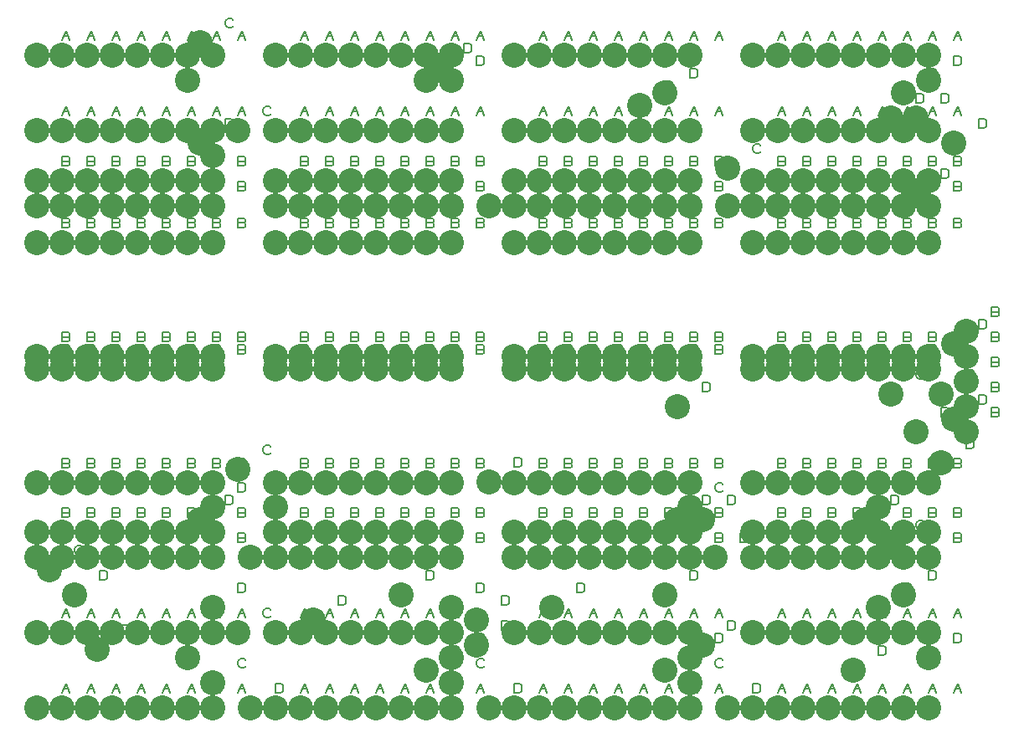
<source format=gbr>
%FSLAX23Y23*%
%MOIN*%
G04 EasyPC Gerber Version 18.0.6 Build 3620 *
%ADD19C,0.00500*%
%ADD18C,0.10000*%
X0Y0D02*
D02*
D18*
X156Y164D03*
Y464D03*
Y764D03*
Y864D03*
Y1060D03*
Y1514D03*
Y1564D03*
Y2018D03*
Y2164D03*
Y2264D03*
Y2464D03*
Y2764D03*
X206Y714D03*
X256Y164D03*
Y464D03*
Y764D03*
Y864D03*
Y1060D03*
Y1514D03*
Y1564D03*
Y2018D03*
Y2164D03*
Y2264D03*
Y2464D03*
Y2764D03*
X306Y614D03*
X356Y164D03*
Y464D03*
Y764D03*
Y864D03*
Y1060D03*
Y1514D03*
Y1564D03*
Y2018D03*
Y2164D03*
Y2264D03*
Y2464D03*
Y2764D03*
X397Y396D03*
X456Y164D03*
Y464D03*
Y764D03*
Y864D03*
Y1060D03*
Y1514D03*
Y1564D03*
Y2018D03*
Y2164D03*
Y2264D03*
Y2464D03*
Y2764D03*
X556Y164D03*
Y464D03*
Y764D03*
Y864D03*
Y1060D03*
Y1514D03*
Y1564D03*
Y2018D03*
Y2164D03*
Y2264D03*
Y2464D03*
Y2764D03*
X656Y164D03*
Y464D03*
Y764D03*
Y864D03*
Y1060D03*
Y1514D03*
Y1564D03*
Y2018D03*
Y2164D03*
Y2264D03*
Y2464D03*
Y2764D03*
X756Y164D03*
Y364D03*
Y464D03*
Y764D03*
Y864D03*
Y1060D03*
Y1514D03*
Y1564D03*
Y2018D03*
Y2164D03*
Y2264D03*
Y2464D03*
Y2664D03*
Y2764D03*
X806Y914D03*
Y2414D03*
Y2814D03*
X856Y164D03*
Y264D03*
Y464D03*
Y564D03*
Y764D03*
Y864D03*
Y964D03*
Y1060D03*
Y1514D03*
Y1564D03*
Y2018D03*
Y2164D03*
Y2264D03*
Y2364D03*
Y2464D03*
Y2764D03*
X956Y464D03*
Y1114D03*
Y2464D03*
X1006Y164D03*
Y764D03*
X1106Y164D03*
Y464D03*
Y764D03*
Y864D03*
Y964D03*
Y1060D03*
Y1514D03*
Y1564D03*
Y2018D03*
Y2164D03*
Y2264D03*
Y2464D03*
Y2764D03*
X1206Y164D03*
Y464D03*
Y764D03*
Y864D03*
Y1060D03*
Y1514D03*
Y1564D03*
Y2018D03*
Y2164D03*
Y2264D03*
Y2464D03*
Y2764D03*
X1256Y514D03*
X1306Y164D03*
Y464D03*
Y764D03*
Y864D03*
Y1060D03*
Y1514D03*
Y1564D03*
Y2018D03*
Y2164D03*
Y2264D03*
Y2464D03*
Y2764D03*
X1406Y164D03*
Y464D03*
Y764D03*
Y864D03*
Y1060D03*
Y1514D03*
Y1564D03*
Y2018D03*
Y2164D03*
Y2264D03*
Y2464D03*
Y2764D03*
X1506Y164D03*
Y464D03*
Y764D03*
Y864D03*
Y1060D03*
Y1514D03*
Y1564D03*
Y2018D03*
Y2164D03*
Y2264D03*
Y2464D03*
Y2764D03*
X1606Y164D03*
Y464D03*
Y614D03*
Y764D03*
Y864D03*
Y1060D03*
Y1514D03*
Y1564D03*
Y2018D03*
Y2164D03*
Y2264D03*
Y2464D03*
Y2764D03*
X1706Y164D03*
Y314D03*
Y464D03*
Y764D03*
Y864D03*
Y1060D03*
Y1514D03*
Y1564D03*
Y2018D03*
Y2164D03*
Y2264D03*
Y2464D03*
Y2664D03*
Y2764D03*
X1756Y2714D03*
X1806Y164D03*
Y264D03*
Y364D03*
Y464D03*
Y564D03*
Y764D03*
Y864D03*
Y1060D03*
Y1514D03*
Y1564D03*
Y2018D03*
Y2164D03*
Y2264D03*
Y2464D03*
Y2664D03*
Y2764D03*
X1906Y414D03*
Y514D03*
X1956Y164D03*
Y1064D03*
Y2164D03*
X2056Y164D03*
Y464D03*
Y764D03*
Y864D03*
Y1060D03*
Y1514D03*
Y1564D03*
Y2018D03*
Y2164D03*
Y2264D03*
Y2464D03*
Y2764D03*
X2156Y164D03*
Y464D03*
Y764D03*
Y864D03*
Y1060D03*
Y1514D03*
Y1564D03*
Y2018D03*
Y2164D03*
Y2264D03*
Y2464D03*
Y2764D03*
X2206Y564D03*
X2256Y164D03*
Y464D03*
Y764D03*
Y864D03*
Y1060D03*
Y1514D03*
Y1564D03*
Y2018D03*
Y2164D03*
Y2264D03*
Y2464D03*
Y2764D03*
X2356Y164D03*
Y464D03*
Y764D03*
Y864D03*
Y1060D03*
Y1514D03*
Y1564D03*
Y2018D03*
Y2164D03*
Y2264D03*
Y2464D03*
Y2764D03*
X2456Y164D03*
Y464D03*
Y764D03*
Y864D03*
Y1060D03*
Y1514D03*
Y1564D03*
Y2018D03*
Y2164D03*
Y2264D03*
Y2464D03*
Y2764D03*
X2556Y164D03*
Y464D03*
Y764D03*
Y864D03*
Y1060D03*
Y1514D03*
Y1564D03*
Y2018D03*
Y2164D03*
Y2264D03*
Y2464D03*
Y2564D03*
Y2764D03*
X2656Y164D03*
Y314D03*
Y464D03*
Y614D03*
Y764D03*
Y864D03*
Y1060D03*
Y1514D03*
Y1564D03*
Y2018D03*
Y2164D03*
Y2264D03*
Y2464D03*
Y2614D03*
Y2764D03*
X2706Y914D03*
Y1364D03*
X2756Y164D03*
Y264D03*
Y364D03*
Y464D03*
Y764D03*
Y864D03*
Y964D03*
Y1060D03*
Y1514D03*
Y1564D03*
Y2018D03*
Y2164D03*
Y2264D03*
Y2464D03*
Y2764D03*
X2806Y414D03*
Y914D03*
X2856Y764D03*
X2906Y164D03*
Y2164D03*
Y2314D03*
X3006Y164D03*
Y464D03*
Y764D03*
Y864D03*
Y1060D03*
Y1514D03*
Y1564D03*
Y2018D03*
Y2164D03*
Y2264D03*
Y2464D03*
Y2764D03*
X3106Y164D03*
Y464D03*
Y764D03*
Y864D03*
Y1060D03*
Y1514D03*
Y1564D03*
Y2018D03*
Y2164D03*
Y2264D03*
Y2464D03*
Y2764D03*
X3206Y164D03*
Y464D03*
Y764D03*
Y864D03*
Y1060D03*
Y1514D03*
Y1564D03*
Y2018D03*
Y2164D03*
Y2264D03*
Y2464D03*
Y2764D03*
X3306Y164D03*
Y464D03*
Y764D03*
Y864D03*
Y1060D03*
Y1514D03*
Y1564D03*
Y2018D03*
Y2164D03*
Y2264D03*
Y2464D03*
Y2764D03*
X3406Y164D03*
Y314D03*
Y464D03*
Y764D03*
Y864D03*
Y1060D03*
Y1514D03*
Y1564D03*
Y2018D03*
Y2164D03*
Y2264D03*
Y2464D03*
Y2764D03*
X3456Y914D03*
X3506Y164D03*
Y464D03*
Y564D03*
Y764D03*
Y864D03*
Y964D03*
Y1060D03*
Y1514D03*
Y1564D03*
Y2018D03*
Y2164D03*
Y2264D03*
Y2464D03*
Y2764D03*
X3556Y814D03*
Y1414D03*
Y2514D03*
X3606Y164D03*
Y464D03*
Y614D03*
Y764D03*
Y864D03*
Y1060D03*
Y1514D03*
Y1564D03*
Y2018D03*
Y2164D03*
Y2264D03*
Y2464D03*
Y2614D03*
Y2764D03*
X3656Y1264D03*
Y2214D03*
Y2514D03*
X3706Y164D03*
Y364D03*
Y464D03*
Y764D03*
Y864D03*
Y1060D03*
Y1514D03*
Y1564D03*
Y2018D03*
Y2164D03*
Y2264D03*
Y2464D03*
Y2664D03*
Y2764D03*
X3756Y1139D03*
Y1414D03*
X3806Y1314D03*
Y1614D03*
Y2414D03*
X3856Y1264D03*
Y1364D03*
Y1464D03*
Y1564D03*
Y1664D03*
D02*
D19*
X256Y223D02*
X272Y261D01*
X287Y223*
X262Y239D02*
X281D01*
X256Y523D02*
X272Y561D01*
X287Y523*
X262Y539D02*
X281D01*
X278Y842D02*
X284Y839D01*
X287Y833*
X284Y826*
X278Y823*
X256*
Y861*
X278*
X284Y858*
X287Y851*
X284Y845*
X278Y842*
X256*
X278Y942D02*
X284Y939D01*
X287Y933*
X284Y926*
X278Y923*
X256*
Y961*
X278*
X284Y958*
X287Y951*
X284Y945*
X278Y942*
X256*
X278Y1138D02*
X284Y1135D01*
X287Y1129*
X284Y1123*
X278Y1120*
X256*
Y1157*
X278*
X284Y1154*
X287Y1148*
X284Y1142*
X278Y1138*
X256*
X278Y1592D02*
X284Y1589D01*
X287Y1583*
X284Y1576*
X278Y1573*
X256*
Y1611*
X278*
X284Y1608*
X287Y1601*
X284Y1595*
X278Y1592*
X256*
X278Y1642D02*
X284Y1639D01*
X287Y1633*
X284Y1626*
X278Y1623*
X256*
Y1661*
X278*
X284Y1658*
X287Y1651*
X284Y1645*
X278Y1642*
X256*
X278Y2096D02*
X284Y2093D01*
X287Y2086*
X284Y2080*
X278Y2077*
X256*
Y2114*
X278*
X284Y2111*
X287Y2105*
X284Y2099*
X278Y2096*
X256*
X278Y2242D02*
X284Y2239D01*
X287Y2233*
X284Y2226*
X278Y2223*
X256*
Y2261*
X278*
X284Y2258*
X287Y2251*
X284Y2245*
X278Y2242*
X256*
X278Y2342D02*
X284Y2339D01*
X287Y2333*
X284Y2326*
X278Y2323*
X256*
Y2361*
X278*
X284Y2358*
X287Y2351*
X284Y2345*
X278Y2342*
X256*
Y2523D02*
X272Y2561D01*
X287Y2523*
X262Y2539D02*
X281D01*
X256Y2823D02*
X272Y2861D01*
X287Y2823*
X262Y2839D02*
X281D01*
X337Y780D02*
X334Y776D01*
X328Y773*
X319*
X312Y776*
X309Y780*
X306Y786*
Y798*
X309Y805*
X312Y808*
X319Y811*
X328*
X334Y808*
X337Y805*
X356Y223D02*
X372Y261D01*
X387Y223*
X362Y239D02*
X381D01*
X356Y523D02*
X372Y561D01*
X387Y523*
X362Y539D02*
X381D01*
X378Y842D02*
X384Y839D01*
X387Y833*
X384Y826*
X378Y823*
X356*
Y861*
X378*
X384Y858*
X387Y851*
X384Y845*
X378Y842*
X356*
X378Y942D02*
X384Y939D01*
X387Y933*
X384Y926*
X378Y923*
X356*
Y961*
X378*
X384Y958*
X387Y951*
X384Y945*
X378Y942*
X356*
X378Y1138D02*
X384Y1135D01*
X387Y1129*
X384Y1123*
X378Y1120*
X356*
Y1157*
X378*
X384Y1154*
X387Y1148*
X384Y1142*
X378Y1138*
X356*
X378Y1592D02*
X384Y1589D01*
X387Y1583*
X384Y1576*
X378Y1573*
X356*
Y1611*
X378*
X384Y1608*
X387Y1601*
X384Y1595*
X378Y1592*
X356*
X378Y1642D02*
X384Y1639D01*
X387Y1633*
X384Y1626*
X378Y1623*
X356*
Y1661*
X378*
X384Y1658*
X387Y1651*
X384Y1645*
X378Y1642*
X356*
X378Y2096D02*
X384Y2093D01*
X387Y2086*
X384Y2080*
X378Y2077*
X356*
Y2114*
X378*
X384Y2111*
X387Y2105*
X384Y2099*
X378Y2096*
X356*
X378Y2242D02*
X384Y2239D01*
X387Y2233*
X384Y2226*
X378Y2223*
X356*
Y2261*
X378*
X384Y2258*
X387Y2251*
X384Y2245*
X378Y2242*
X356*
X378Y2342D02*
X384Y2339D01*
X387Y2333*
X384Y2326*
X378Y2323*
X356*
Y2361*
X378*
X384Y2358*
X387Y2351*
X384Y2345*
X378Y2342*
X356*
Y2523D02*
X372Y2561D01*
X387Y2523*
X362Y2539D02*
X381D01*
X356Y2823D02*
X372Y2861D01*
X387Y2823*
X362Y2839D02*
X381D01*
X406Y673D02*
Y711D01*
X425*
X431Y708*
X434Y705*
X437Y698*
Y686*
X434Y680*
X431Y676*
X425Y673*
X406*
X456Y223D02*
X472Y261D01*
X487Y223*
X462Y239D02*
X481D01*
X456Y523D02*
X472Y561D01*
X487Y523*
X462Y539D02*
X481D01*
X478Y842D02*
X484Y839D01*
X487Y833*
X484Y826*
X478Y823*
X456*
Y861*
X478*
X484Y858*
X487Y851*
X484Y845*
X478Y842*
X456*
X478Y942D02*
X484Y939D01*
X487Y933*
X484Y926*
X478Y923*
X456*
Y961*
X478*
X484Y958*
X487Y951*
X484Y945*
X478Y942*
X456*
X478Y1138D02*
X484Y1135D01*
X487Y1129*
X484Y1123*
X478Y1120*
X456*
Y1157*
X478*
X484Y1154*
X487Y1148*
X484Y1142*
X478Y1138*
X456*
X478Y1592D02*
X484Y1589D01*
X487Y1583*
X484Y1576*
X478Y1573*
X456*
Y1611*
X478*
X484Y1608*
X487Y1601*
X484Y1595*
X478Y1592*
X456*
X478Y1642D02*
X484Y1639D01*
X487Y1633*
X484Y1626*
X478Y1623*
X456*
Y1661*
X478*
X484Y1658*
X487Y1651*
X484Y1645*
X478Y1642*
X456*
X478Y2096D02*
X484Y2093D01*
X487Y2086*
X484Y2080*
X478Y2077*
X456*
Y2114*
X478*
X484Y2111*
X487Y2105*
X484Y2099*
X478Y2096*
X456*
X478Y2242D02*
X484Y2239D01*
X487Y2233*
X484Y2226*
X478Y2223*
X456*
Y2261*
X478*
X484Y2258*
X487Y2251*
X484Y2245*
X478Y2242*
X456*
X478Y2342D02*
X484Y2339D01*
X487Y2333*
X484Y2326*
X478Y2323*
X456*
Y2361*
X478*
X484Y2358*
X487Y2351*
X484Y2345*
X478Y2342*
X456*
Y2523D02*
X472Y2561D01*
X487Y2523*
X462Y2539D02*
X481D01*
X456Y2823D02*
X472Y2861D01*
X487Y2823*
X462Y2839D02*
X481D01*
X497Y456D02*
Y493D01*
X515*
X522Y490*
X525Y487*
X528Y481*
Y468*
X525Y462*
X522Y459*
X515Y456*
X497*
X556Y223D02*
X572Y261D01*
X587Y223*
X562Y239D02*
X581D01*
X556Y523D02*
X572Y561D01*
X587Y523*
X562Y539D02*
X581D01*
X578Y842D02*
X584Y839D01*
X587Y833*
X584Y826*
X578Y823*
X556*
Y861*
X578*
X584Y858*
X587Y851*
X584Y845*
X578Y842*
X556*
X578Y942D02*
X584Y939D01*
X587Y933*
X584Y926*
X578Y923*
X556*
Y961*
X578*
X584Y958*
X587Y951*
X584Y945*
X578Y942*
X556*
X578Y1138D02*
X584Y1135D01*
X587Y1129*
X584Y1123*
X578Y1120*
X556*
Y1157*
X578*
X584Y1154*
X587Y1148*
X584Y1142*
X578Y1138*
X556*
X578Y1592D02*
X584Y1589D01*
X587Y1583*
X584Y1576*
X578Y1573*
X556*
Y1611*
X578*
X584Y1608*
X587Y1601*
X584Y1595*
X578Y1592*
X556*
X578Y1642D02*
X584Y1639D01*
X587Y1633*
X584Y1626*
X578Y1623*
X556*
Y1661*
X578*
X584Y1658*
X587Y1651*
X584Y1645*
X578Y1642*
X556*
X578Y2096D02*
X584Y2093D01*
X587Y2086*
X584Y2080*
X578Y2077*
X556*
Y2114*
X578*
X584Y2111*
X587Y2105*
X584Y2099*
X578Y2096*
X556*
X578Y2242D02*
X584Y2239D01*
X587Y2233*
X584Y2226*
X578Y2223*
X556*
Y2261*
X578*
X584Y2258*
X587Y2251*
X584Y2245*
X578Y2242*
X556*
X578Y2342D02*
X584Y2339D01*
X587Y2333*
X584Y2326*
X578Y2323*
X556*
Y2361*
X578*
X584Y2358*
X587Y2351*
X584Y2345*
X578Y2342*
X556*
Y2523D02*
X572Y2561D01*
X587Y2523*
X562Y2539D02*
X581D01*
X556Y2823D02*
X572Y2861D01*
X587Y2823*
X562Y2839D02*
X581D01*
X656Y223D02*
X672Y261D01*
X687Y223*
X662Y239D02*
X681D01*
X656Y523D02*
X672Y561D01*
X687Y523*
X662Y539D02*
X681D01*
X678Y842D02*
X684Y839D01*
X687Y833*
X684Y826*
X678Y823*
X656*
Y861*
X678*
X684Y858*
X687Y851*
X684Y845*
X678Y842*
X656*
X678Y942D02*
X684Y939D01*
X687Y933*
X684Y926*
X678Y923*
X656*
Y961*
X678*
X684Y958*
X687Y951*
X684Y945*
X678Y942*
X656*
X678Y1138D02*
X684Y1135D01*
X687Y1129*
X684Y1123*
X678Y1120*
X656*
Y1157*
X678*
X684Y1154*
X687Y1148*
X684Y1142*
X678Y1138*
X656*
X678Y1592D02*
X684Y1589D01*
X687Y1583*
X684Y1576*
X678Y1573*
X656*
Y1611*
X678*
X684Y1608*
X687Y1601*
X684Y1595*
X678Y1592*
X656*
X678Y1642D02*
X684Y1639D01*
X687Y1633*
X684Y1626*
X678Y1623*
X656*
Y1661*
X678*
X684Y1658*
X687Y1651*
X684Y1645*
X678Y1642*
X656*
X678Y2096D02*
X684Y2093D01*
X687Y2086*
X684Y2080*
X678Y2077*
X656*
Y2114*
X678*
X684Y2111*
X687Y2105*
X684Y2099*
X678Y2096*
X656*
X678Y2242D02*
X684Y2239D01*
X687Y2233*
X684Y2226*
X678Y2223*
X656*
Y2261*
X678*
X684Y2258*
X687Y2251*
X684Y2245*
X678Y2242*
X656*
X678Y2342D02*
X684Y2339D01*
X687Y2333*
X684Y2326*
X678Y2323*
X656*
Y2361*
X678*
X684Y2358*
X687Y2351*
X684Y2345*
X678Y2342*
X656*
Y2523D02*
X672Y2561D01*
X687Y2523*
X662Y2539D02*
X681D01*
X656Y2823D02*
X672Y2861D01*
X687Y2823*
X662Y2839D02*
X681D01*
X756Y223D02*
X772Y261D01*
X787Y223*
X762Y239D02*
X781D01*
X756Y523D02*
X772Y561D01*
X787Y523*
X762Y539D02*
X781D01*
X778Y842D02*
X784Y839D01*
X787Y833*
X784Y826*
X778Y823*
X756*
Y861*
X778*
X784Y858*
X787Y851*
X784Y845*
X778Y842*
X756*
X778Y942D02*
X784Y939D01*
X787Y933*
X784Y926*
X778Y923*
X756*
Y961*
X778*
X784Y958*
X787Y951*
X784Y945*
X778Y942*
X756*
X778Y1138D02*
X784Y1135D01*
X787Y1129*
X784Y1123*
X778Y1120*
X756*
Y1157*
X778*
X784Y1154*
X787Y1148*
X784Y1142*
X778Y1138*
X756*
X778Y1592D02*
X784Y1589D01*
X787Y1583*
X784Y1576*
X778Y1573*
X756*
Y1611*
X778*
X784Y1608*
X787Y1601*
X784Y1595*
X778Y1592*
X756*
X778Y1642D02*
X784Y1639D01*
X787Y1633*
X784Y1626*
X778Y1623*
X756*
Y1661*
X778*
X784Y1658*
X787Y1651*
X784Y1645*
X778Y1642*
X756*
X778Y2096D02*
X784Y2093D01*
X787Y2086*
X784Y2080*
X778Y2077*
X756*
Y2114*
X778*
X784Y2111*
X787Y2105*
X784Y2099*
X778Y2096*
X756*
X778Y2242D02*
X784Y2239D01*
X787Y2233*
X784Y2226*
X778Y2223*
X756*
Y2261*
X778*
X784Y2258*
X787Y2251*
X784Y2245*
X778Y2242*
X756*
X778Y2342D02*
X784Y2339D01*
X787Y2333*
X784Y2326*
X778Y2323*
X756*
Y2361*
X778*
X784Y2358*
X787Y2351*
X784Y2345*
X778Y2342*
X756*
Y2523D02*
X772Y2561D01*
X787Y2523*
X762Y2539D02*
X781D01*
X756Y2823D02*
X772Y2861D01*
X787Y2823*
X762Y2839D02*
X781D01*
X856Y223D02*
X872Y261D01*
X887Y223*
X862Y239D02*
X881D01*
X856Y423D02*
Y461D01*
X875*
X881Y458*
X884Y455*
X887Y448*
Y436*
X884Y430*
X881Y426*
X875Y423*
X856*
Y523D02*
X872Y561D01*
X887Y523*
X862Y539D02*
X881D01*
X878Y842D02*
X884Y839D01*
X887Y833*
X884Y826*
X878Y823*
X856*
Y861*
X878*
X884Y858*
X887Y851*
X884Y845*
X878Y842*
X856*
X878Y942D02*
X884Y939D01*
X887Y933*
X884Y926*
X878Y923*
X856*
Y961*
X878*
X884Y958*
X887Y951*
X884Y945*
X878Y942*
X856*
X878Y1138D02*
X884Y1135D01*
X887Y1129*
X884Y1123*
X878Y1120*
X856*
Y1157*
X878*
X884Y1154*
X887Y1148*
X884Y1142*
X878Y1138*
X856*
X878Y1592D02*
X884Y1589D01*
X887Y1583*
X884Y1576*
X878Y1573*
X856*
Y1611*
X878*
X884Y1608*
X887Y1601*
X884Y1595*
X878Y1592*
X856*
X878Y1642D02*
X884Y1639D01*
X887Y1633*
X884Y1626*
X878Y1623*
X856*
Y1661*
X878*
X884Y1658*
X887Y1651*
X884Y1645*
X878Y1642*
X856*
X878Y2096D02*
X884Y2093D01*
X887Y2086*
X884Y2080*
X878Y2077*
X856*
Y2114*
X878*
X884Y2111*
X887Y2105*
X884Y2099*
X878Y2096*
X856*
X878Y2242D02*
X884Y2239D01*
X887Y2233*
X884Y2226*
X878Y2223*
X856*
Y2261*
X878*
X884Y2258*
X887Y2251*
X884Y2245*
X878Y2242*
X856*
X878Y2342D02*
X884Y2339D01*
X887Y2333*
X884Y2326*
X878Y2323*
X856*
Y2361*
X878*
X884Y2358*
X887Y2351*
X884Y2345*
X878Y2342*
X856*
Y2523D02*
X872Y2561D01*
X887Y2523*
X862Y2539D02*
X881D01*
X856Y2723D02*
Y2761D01*
X875*
X881Y2758*
X884Y2755*
X887Y2748*
Y2736*
X884Y2730*
X881Y2726*
X875Y2723*
X856*
Y2823D02*
X872Y2861D01*
X887Y2823*
X862Y2839D02*
X881D01*
X906Y973D02*
Y1011D01*
X925*
X931Y1008*
X934Y1005*
X937Y998*
Y986*
X934Y980*
X931Y976*
X925Y973*
X906*
Y2473D02*
Y2511D01*
X925*
X931Y2508*
X934Y2505*
X937Y2498*
Y2486*
X934Y2480*
X931Y2476*
X925Y2473*
X906*
X937Y2880D02*
X934Y2876D01*
X928Y2873*
X919*
X912Y2876*
X909Y2880*
X906Y2886*
Y2898*
X909Y2905*
X912Y2908*
X919Y2911*
X928*
X934Y2908*
X937Y2905*
X956Y223D02*
X972Y261D01*
X987Y223*
X962Y239D02*
X981D01*
X987Y330D02*
X984Y326D01*
X978Y323*
X969*
X962Y326*
X959Y330*
X956Y336*
Y348*
X959Y355*
X962Y358*
X969Y361*
X978*
X984Y358*
X987Y355*
X956Y523D02*
X972Y561D01*
X987Y523*
X962Y539D02*
X981D01*
X956Y623D02*
Y661D01*
X975*
X981Y658*
X984Y655*
X987Y648*
Y636*
X984Y630*
X981Y626*
X975Y623*
X956*
X978Y842D02*
X984Y839D01*
X987Y833*
X984Y826*
X978Y823*
X956*
Y861*
X978*
X984Y858*
X987Y851*
X984Y845*
X978Y842*
X956*
X978Y942D02*
X984Y939D01*
X987Y933*
X984Y926*
X978Y923*
X956*
Y961*
X978*
X984Y958*
X987Y951*
X984Y945*
X978Y942*
X956*
Y1023D02*
Y1061D01*
X975*
X981Y1058*
X984Y1055*
X987Y1048*
Y1036*
X984Y1030*
X981Y1026*
X975Y1023*
X956*
X978Y1138D02*
X984Y1135D01*
X987Y1129*
X984Y1123*
X978Y1120*
X956*
Y1157*
X978*
X984Y1154*
X987Y1148*
X984Y1142*
X978Y1138*
X956*
X978Y1592D02*
X984Y1589D01*
X987Y1583*
X984Y1576*
X978Y1573*
X956*
Y1611*
X978*
X984Y1608*
X987Y1601*
X984Y1595*
X978Y1592*
X956*
X978Y1642D02*
X984Y1639D01*
X987Y1633*
X984Y1626*
X978Y1623*
X956*
Y1661*
X978*
X984Y1658*
X987Y1651*
X984Y1645*
X978Y1642*
X956*
X978Y2096D02*
X984Y2093D01*
X987Y2086*
X984Y2080*
X978Y2077*
X956*
Y2114*
X978*
X984Y2111*
X987Y2105*
X984Y2099*
X978Y2096*
X956*
X978Y2242D02*
X984Y2239D01*
X987Y2233*
X984Y2226*
X978Y2223*
X956*
Y2261*
X978*
X984Y2258*
X987Y2251*
X984Y2245*
X978Y2242*
X956*
X978Y2342D02*
X984Y2339D01*
X987Y2333*
X984Y2326*
X978Y2323*
X956*
Y2361*
X978*
X984Y2358*
X987Y2351*
X984Y2345*
X978Y2342*
X956*
X987Y2430D02*
X984Y2426D01*
X978Y2423*
X969*
X962Y2426*
X959Y2430*
X956Y2436*
Y2448*
X959Y2455*
X962Y2458*
X969Y2461*
X978*
X984Y2458*
X987Y2455*
X956Y2523D02*
X972Y2561D01*
X987Y2523*
X962Y2539D02*
X981D01*
X956Y2823D02*
X972Y2861D01*
X987Y2823*
X962Y2839D02*
X981D01*
X1087Y530D02*
X1084Y526D01*
X1078Y523*
X1069*
X1062Y526*
X1059Y530*
X1056Y536*
Y548*
X1059Y555*
X1062Y558*
X1069Y561*
X1078*
X1084Y558*
X1087Y555*
Y1180D02*
X1084Y1176D01*
X1078Y1173*
X1069*
X1062Y1176*
X1059Y1180*
X1056Y1186*
Y1198*
X1059Y1205*
X1062Y1208*
X1069Y1211*
X1078*
X1084Y1208*
X1087Y1205*
Y2530D02*
X1084Y2526D01*
X1078Y2523*
X1069*
X1062Y2526*
X1059Y2530*
X1056Y2536*
Y2548*
X1059Y2555*
X1062Y2558*
X1069Y2561*
X1078*
X1084Y2558*
X1087Y2555*
X1106Y223D02*
Y261D01*
X1125*
X1131Y258*
X1134Y255*
X1137Y248*
Y236*
X1134Y230*
X1131Y226*
X1125Y223*
X1106*
Y823D02*
Y861D01*
X1125*
X1131Y858*
X1134Y855*
X1137Y848*
Y836*
X1134Y830*
X1131Y826*
X1125Y823*
X1106*
X1206Y223D02*
X1222Y261D01*
X1237Y223*
X1212Y239D02*
X1231D01*
X1206Y523D02*
X1222Y561D01*
X1237Y523*
X1212Y539D02*
X1231D01*
X1228Y842D02*
X1234Y839D01*
X1237Y833*
X1234Y826*
X1228Y823*
X1206*
Y861*
X1228*
X1234Y858*
X1237Y851*
X1234Y845*
X1228Y842*
X1206*
X1228Y942D02*
X1234Y939D01*
X1237Y933*
X1234Y926*
X1228Y923*
X1206*
Y961*
X1228*
X1234Y958*
X1237Y951*
X1234Y945*
X1228Y942*
X1206*
X1237Y1030D02*
X1234Y1026D01*
X1228Y1023*
X1219*
X1212Y1026*
X1209Y1030*
X1206Y1036*
Y1048*
X1209Y1055*
X1212Y1058*
X1219Y1061*
X1228*
X1234Y1058*
X1237Y1055*
X1228Y1138D02*
X1234Y1135D01*
X1237Y1129*
X1234Y1123*
X1228Y1120*
X1206*
Y1157*
X1228*
X1234Y1154*
X1237Y1148*
X1234Y1142*
X1228Y1138*
X1206*
X1228Y1592D02*
X1234Y1589D01*
X1237Y1583*
X1234Y1576*
X1228Y1573*
X1206*
Y1611*
X1228*
X1234Y1608*
X1237Y1601*
X1234Y1595*
X1228Y1592*
X1206*
X1228Y1642D02*
X1234Y1639D01*
X1237Y1633*
X1234Y1626*
X1228Y1623*
X1206*
Y1661*
X1228*
X1234Y1658*
X1237Y1651*
X1234Y1645*
X1228Y1642*
X1206*
X1228Y2096D02*
X1234Y2093D01*
X1237Y2086*
X1234Y2080*
X1228Y2077*
X1206*
Y2114*
X1228*
X1234Y2111*
X1237Y2105*
X1234Y2099*
X1228Y2096*
X1206*
X1228Y2242D02*
X1234Y2239D01*
X1237Y2233*
X1234Y2226*
X1228Y2223*
X1206*
Y2261*
X1228*
X1234Y2258*
X1237Y2251*
X1234Y2245*
X1228Y2242*
X1206*
X1228Y2342D02*
X1234Y2339D01*
X1237Y2333*
X1234Y2326*
X1228Y2323*
X1206*
Y2361*
X1228*
X1234Y2358*
X1237Y2351*
X1234Y2345*
X1228Y2342*
X1206*
Y2523D02*
X1222Y2561D01*
X1237Y2523*
X1212Y2539D02*
X1231D01*
X1206Y2823D02*
X1222Y2861D01*
X1237Y2823*
X1212Y2839D02*
X1231D01*
X1306Y223D02*
X1322Y261D01*
X1337Y223*
X1312Y239D02*
X1331D01*
X1306Y523D02*
X1322Y561D01*
X1337Y523*
X1312Y539D02*
X1331D01*
X1328Y842D02*
X1334Y839D01*
X1337Y833*
X1334Y826*
X1328Y823*
X1306*
Y861*
X1328*
X1334Y858*
X1337Y851*
X1334Y845*
X1328Y842*
X1306*
X1328Y942D02*
X1334Y939D01*
X1337Y933*
X1334Y926*
X1328Y923*
X1306*
Y961*
X1328*
X1334Y958*
X1337Y951*
X1334Y945*
X1328Y942*
X1306*
X1328Y1138D02*
X1334Y1135D01*
X1337Y1129*
X1334Y1123*
X1328Y1120*
X1306*
Y1157*
X1328*
X1334Y1154*
X1337Y1148*
X1334Y1142*
X1328Y1138*
X1306*
X1328Y1592D02*
X1334Y1589D01*
X1337Y1583*
X1334Y1576*
X1328Y1573*
X1306*
Y1611*
X1328*
X1334Y1608*
X1337Y1601*
X1334Y1595*
X1328Y1592*
X1306*
X1328Y1642D02*
X1334Y1639D01*
X1337Y1633*
X1334Y1626*
X1328Y1623*
X1306*
Y1661*
X1328*
X1334Y1658*
X1337Y1651*
X1334Y1645*
X1328Y1642*
X1306*
X1328Y2096D02*
X1334Y2093D01*
X1337Y2086*
X1334Y2080*
X1328Y2077*
X1306*
Y2114*
X1328*
X1334Y2111*
X1337Y2105*
X1334Y2099*
X1328Y2096*
X1306*
X1328Y2242D02*
X1334Y2239D01*
X1337Y2233*
X1334Y2226*
X1328Y2223*
X1306*
Y2261*
X1328*
X1334Y2258*
X1337Y2251*
X1334Y2245*
X1328Y2242*
X1306*
X1328Y2342D02*
X1334Y2339D01*
X1337Y2333*
X1334Y2326*
X1328Y2323*
X1306*
Y2361*
X1328*
X1334Y2358*
X1337Y2351*
X1334Y2345*
X1328Y2342*
X1306*
Y2523D02*
X1322Y2561D01*
X1337Y2523*
X1312Y2539D02*
X1331D01*
X1306Y2823D02*
X1322Y2861D01*
X1337Y2823*
X1312Y2839D02*
X1331D01*
X1356Y573D02*
Y611D01*
X1375*
X1381Y608*
X1384Y605*
X1387Y598*
Y586*
X1384Y580*
X1381Y576*
X1375Y573*
X1356*
X1406Y223D02*
X1422Y261D01*
X1437Y223*
X1412Y239D02*
X1431D01*
X1406Y523D02*
X1422Y561D01*
X1437Y523*
X1412Y539D02*
X1431D01*
X1428Y842D02*
X1434Y839D01*
X1437Y833*
X1434Y826*
X1428Y823*
X1406*
Y861*
X1428*
X1434Y858*
X1437Y851*
X1434Y845*
X1428Y842*
X1406*
X1428Y942D02*
X1434Y939D01*
X1437Y933*
X1434Y926*
X1428Y923*
X1406*
Y961*
X1428*
X1434Y958*
X1437Y951*
X1434Y945*
X1428Y942*
X1406*
X1428Y1138D02*
X1434Y1135D01*
X1437Y1129*
X1434Y1123*
X1428Y1120*
X1406*
Y1157*
X1428*
X1434Y1154*
X1437Y1148*
X1434Y1142*
X1428Y1138*
X1406*
X1428Y1592D02*
X1434Y1589D01*
X1437Y1583*
X1434Y1576*
X1428Y1573*
X1406*
Y1611*
X1428*
X1434Y1608*
X1437Y1601*
X1434Y1595*
X1428Y1592*
X1406*
X1428Y1642D02*
X1434Y1639D01*
X1437Y1633*
X1434Y1626*
X1428Y1623*
X1406*
Y1661*
X1428*
X1434Y1658*
X1437Y1651*
X1434Y1645*
X1428Y1642*
X1406*
X1428Y2096D02*
X1434Y2093D01*
X1437Y2086*
X1434Y2080*
X1428Y2077*
X1406*
Y2114*
X1428*
X1434Y2111*
X1437Y2105*
X1434Y2099*
X1428Y2096*
X1406*
X1428Y2242D02*
X1434Y2239D01*
X1437Y2233*
X1434Y2226*
X1428Y2223*
X1406*
Y2261*
X1428*
X1434Y2258*
X1437Y2251*
X1434Y2245*
X1428Y2242*
X1406*
X1428Y2342D02*
X1434Y2339D01*
X1437Y2333*
X1434Y2326*
X1428Y2323*
X1406*
Y2361*
X1428*
X1434Y2358*
X1437Y2351*
X1434Y2345*
X1428Y2342*
X1406*
Y2523D02*
X1422Y2561D01*
X1437Y2523*
X1412Y2539D02*
X1431D01*
X1406Y2823D02*
X1422Y2861D01*
X1437Y2823*
X1412Y2839D02*
X1431D01*
X1506Y223D02*
X1522Y261D01*
X1537Y223*
X1512Y239D02*
X1531D01*
X1506Y523D02*
X1522Y561D01*
X1537Y523*
X1512Y539D02*
X1531D01*
X1528Y842D02*
X1534Y839D01*
X1537Y833*
X1534Y826*
X1528Y823*
X1506*
Y861*
X1528*
X1534Y858*
X1537Y851*
X1534Y845*
X1528Y842*
X1506*
X1528Y942D02*
X1534Y939D01*
X1537Y933*
X1534Y926*
X1528Y923*
X1506*
Y961*
X1528*
X1534Y958*
X1537Y951*
X1534Y945*
X1528Y942*
X1506*
X1528Y1138D02*
X1534Y1135D01*
X1537Y1129*
X1534Y1123*
X1528Y1120*
X1506*
Y1157*
X1528*
X1534Y1154*
X1537Y1148*
X1534Y1142*
X1528Y1138*
X1506*
X1528Y1592D02*
X1534Y1589D01*
X1537Y1583*
X1534Y1576*
X1528Y1573*
X1506*
Y1611*
X1528*
X1534Y1608*
X1537Y1601*
X1534Y1595*
X1528Y1592*
X1506*
X1528Y1642D02*
X1534Y1639D01*
X1537Y1633*
X1534Y1626*
X1528Y1623*
X1506*
Y1661*
X1528*
X1534Y1658*
X1537Y1651*
X1534Y1645*
X1528Y1642*
X1506*
X1528Y2096D02*
X1534Y2093D01*
X1537Y2086*
X1534Y2080*
X1528Y2077*
X1506*
Y2114*
X1528*
X1534Y2111*
X1537Y2105*
X1534Y2099*
X1528Y2096*
X1506*
X1528Y2242D02*
X1534Y2239D01*
X1537Y2233*
X1534Y2226*
X1528Y2223*
X1506*
Y2261*
X1528*
X1534Y2258*
X1537Y2251*
X1534Y2245*
X1528Y2242*
X1506*
X1528Y2342D02*
X1534Y2339D01*
X1537Y2333*
X1534Y2326*
X1528Y2323*
X1506*
Y2361*
X1528*
X1534Y2358*
X1537Y2351*
X1534Y2345*
X1528Y2342*
X1506*
Y2523D02*
X1522Y2561D01*
X1537Y2523*
X1512Y2539D02*
X1531D01*
X1506Y2823D02*
X1522Y2861D01*
X1537Y2823*
X1512Y2839D02*
X1531D01*
X1606Y223D02*
X1622Y261D01*
X1637Y223*
X1612Y239D02*
X1631D01*
X1606Y523D02*
X1622Y561D01*
X1637Y523*
X1612Y539D02*
X1631D01*
X1628Y842D02*
X1634Y839D01*
X1637Y833*
X1634Y826*
X1628Y823*
X1606*
Y861*
X1628*
X1634Y858*
X1637Y851*
X1634Y845*
X1628Y842*
X1606*
X1628Y942D02*
X1634Y939D01*
X1637Y933*
X1634Y926*
X1628Y923*
X1606*
Y961*
X1628*
X1634Y958*
X1637Y951*
X1634Y945*
X1628Y942*
X1606*
X1628Y1138D02*
X1634Y1135D01*
X1637Y1129*
X1634Y1123*
X1628Y1120*
X1606*
Y1157*
X1628*
X1634Y1154*
X1637Y1148*
X1634Y1142*
X1628Y1138*
X1606*
X1628Y1592D02*
X1634Y1589D01*
X1637Y1583*
X1634Y1576*
X1628Y1573*
X1606*
Y1611*
X1628*
X1634Y1608*
X1637Y1601*
X1634Y1595*
X1628Y1592*
X1606*
X1628Y1642D02*
X1634Y1639D01*
X1637Y1633*
X1634Y1626*
X1628Y1623*
X1606*
Y1661*
X1628*
X1634Y1658*
X1637Y1651*
X1634Y1645*
X1628Y1642*
X1606*
X1628Y2096D02*
X1634Y2093D01*
X1637Y2086*
X1634Y2080*
X1628Y2077*
X1606*
Y2114*
X1628*
X1634Y2111*
X1637Y2105*
X1634Y2099*
X1628Y2096*
X1606*
X1628Y2242D02*
X1634Y2239D01*
X1637Y2233*
X1634Y2226*
X1628Y2223*
X1606*
Y2261*
X1628*
X1634Y2258*
X1637Y2251*
X1634Y2245*
X1628Y2242*
X1606*
X1628Y2342D02*
X1634Y2339D01*
X1637Y2333*
X1634Y2326*
X1628Y2323*
X1606*
Y2361*
X1628*
X1634Y2358*
X1637Y2351*
X1634Y2345*
X1628Y2342*
X1606*
Y2523D02*
X1622Y2561D01*
X1637Y2523*
X1612Y2539D02*
X1631D01*
X1606Y2823D02*
X1622Y2861D01*
X1637Y2823*
X1612Y2839D02*
X1631D01*
X1706Y223D02*
X1722Y261D01*
X1737Y223*
X1712Y239D02*
X1731D01*
X1706Y523D02*
X1722Y561D01*
X1737Y523*
X1712Y539D02*
X1731D01*
X1706Y673D02*
Y711D01*
X1725*
X1731Y708*
X1734Y705*
X1737Y698*
Y686*
X1734Y680*
X1731Y676*
X1725Y673*
X1706*
X1728Y842D02*
X1734Y839D01*
X1737Y833*
X1734Y826*
X1728Y823*
X1706*
Y861*
X1728*
X1734Y858*
X1737Y851*
X1734Y845*
X1728Y842*
X1706*
X1728Y942D02*
X1734Y939D01*
X1737Y933*
X1734Y926*
X1728Y923*
X1706*
Y961*
X1728*
X1734Y958*
X1737Y951*
X1734Y945*
X1728Y942*
X1706*
X1728Y1138D02*
X1734Y1135D01*
X1737Y1129*
X1734Y1123*
X1728Y1120*
X1706*
Y1157*
X1728*
X1734Y1154*
X1737Y1148*
X1734Y1142*
X1728Y1138*
X1706*
X1728Y1592D02*
X1734Y1589D01*
X1737Y1583*
X1734Y1576*
X1728Y1573*
X1706*
Y1611*
X1728*
X1734Y1608*
X1737Y1601*
X1734Y1595*
X1728Y1592*
X1706*
X1728Y1642D02*
X1734Y1639D01*
X1737Y1633*
X1734Y1626*
X1728Y1623*
X1706*
Y1661*
X1728*
X1734Y1658*
X1737Y1651*
X1734Y1645*
X1728Y1642*
X1706*
X1728Y2096D02*
X1734Y2093D01*
X1737Y2086*
X1734Y2080*
X1728Y2077*
X1706*
Y2114*
X1728*
X1734Y2111*
X1737Y2105*
X1734Y2099*
X1728Y2096*
X1706*
X1728Y2242D02*
X1734Y2239D01*
X1737Y2233*
X1734Y2226*
X1728Y2223*
X1706*
Y2261*
X1728*
X1734Y2258*
X1737Y2251*
X1734Y2245*
X1728Y2242*
X1706*
X1728Y2342D02*
X1734Y2339D01*
X1737Y2333*
X1734Y2326*
X1728Y2323*
X1706*
Y2361*
X1728*
X1734Y2358*
X1737Y2351*
X1734Y2345*
X1728Y2342*
X1706*
Y2523D02*
X1722Y2561D01*
X1737Y2523*
X1712Y2539D02*
X1731D01*
X1706Y2823D02*
X1722Y2861D01*
X1737Y2823*
X1712Y2839D02*
X1731D01*
X1806Y223D02*
X1822Y261D01*
X1837Y223*
X1812Y239D02*
X1831D01*
X1806Y373D02*
Y411D01*
X1825*
X1831Y408*
X1834Y405*
X1837Y398*
Y386*
X1834Y380*
X1831Y376*
X1825Y373*
X1806*
Y523D02*
X1822Y561D01*
X1837Y523*
X1812Y539D02*
X1831D01*
X1828Y842D02*
X1834Y839D01*
X1837Y833*
X1834Y826*
X1828Y823*
X1806*
Y861*
X1828*
X1834Y858*
X1837Y851*
X1834Y845*
X1828Y842*
X1806*
X1828Y942D02*
X1834Y939D01*
X1837Y933*
X1834Y926*
X1828Y923*
X1806*
Y961*
X1828*
X1834Y958*
X1837Y951*
X1834Y945*
X1828Y942*
X1806*
X1828Y1138D02*
X1834Y1135D01*
X1837Y1129*
X1834Y1123*
X1828Y1120*
X1806*
Y1157*
X1828*
X1834Y1154*
X1837Y1148*
X1834Y1142*
X1828Y1138*
X1806*
X1828Y1592D02*
X1834Y1589D01*
X1837Y1583*
X1834Y1576*
X1828Y1573*
X1806*
Y1611*
X1828*
X1834Y1608*
X1837Y1601*
X1834Y1595*
X1828Y1592*
X1806*
X1828Y1642D02*
X1834Y1639D01*
X1837Y1633*
X1834Y1626*
X1828Y1623*
X1806*
Y1661*
X1828*
X1834Y1658*
X1837Y1651*
X1834Y1645*
X1828Y1642*
X1806*
X1828Y2096D02*
X1834Y2093D01*
X1837Y2086*
X1834Y2080*
X1828Y2077*
X1806*
Y2114*
X1828*
X1834Y2111*
X1837Y2105*
X1834Y2099*
X1828Y2096*
X1806*
X1828Y2242D02*
X1834Y2239D01*
X1837Y2233*
X1834Y2226*
X1828Y2223*
X1806*
Y2261*
X1828*
X1834Y2258*
X1837Y2251*
X1834Y2245*
X1828Y2242*
X1806*
X1828Y2342D02*
X1834Y2339D01*
X1837Y2333*
X1834Y2326*
X1828Y2323*
X1806*
Y2361*
X1828*
X1834Y2358*
X1837Y2351*
X1834Y2345*
X1828Y2342*
X1806*
Y2523D02*
X1822Y2561D01*
X1837Y2523*
X1812Y2539D02*
X1831D01*
X1806Y2723D02*
Y2761D01*
X1825*
X1831Y2758*
X1834Y2755*
X1837Y2748*
Y2736*
X1834Y2730*
X1831Y2726*
X1825Y2723*
X1806*
Y2823D02*
X1822Y2861D01*
X1837Y2823*
X1812Y2839D02*
X1831D01*
X1856Y2773D02*
Y2811D01*
X1875*
X1881Y2808*
X1884Y2805*
X1887Y2798*
Y2786*
X1884Y2780*
X1881Y2776*
X1875Y2773*
X1856*
X1906Y223D02*
X1922Y261D01*
X1937Y223*
X1912Y239D02*
X1931D01*
X1937Y330D02*
X1934Y326D01*
X1928Y323*
X1919*
X1912Y326*
X1909Y330*
X1906Y336*
Y348*
X1909Y355*
X1912Y358*
X1919Y361*
X1928*
X1934Y358*
X1937Y355*
X1906Y423D02*
Y461D01*
X1925*
X1931Y458*
X1934Y455*
X1937Y448*
Y436*
X1934Y430*
X1931Y426*
X1925Y423*
X1906*
Y523D02*
X1922Y561D01*
X1937Y523*
X1912Y539D02*
X1931D01*
X1906Y623D02*
Y661D01*
X1925*
X1931Y658*
X1934Y655*
X1937Y648*
Y636*
X1934Y630*
X1931Y626*
X1925Y623*
X1906*
X1928Y842D02*
X1934Y839D01*
X1937Y833*
X1934Y826*
X1928Y823*
X1906*
Y861*
X1928*
X1934Y858*
X1937Y851*
X1934Y845*
X1928Y842*
X1906*
X1928Y942D02*
X1934Y939D01*
X1937Y933*
X1934Y926*
X1928Y923*
X1906*
Y961*
X1928*
X1934Y958*
X1937Y951*
X1934Y945*
X1928Y942*
X1906*
X1928Y1138D02*
X1934Y1135D01*
X1937Y1129*
X1934Y1123*
X1928Y1120*
X1906*
Y1157*
X1928*
X1934Y1154*
X1937Y1148*
X1934Y1142*
X1928Y1138*
X1906*
X1928Y1592D02*
X1934Y1589D01*
X1937Y1583*
X1934Y1576*
X1928Y1573*
X1906*
Y1611*
X1928*
X1934Y1608*
X1937Y1601*
X1934Y1595*
X1928Y1592*
X1906*
X1928Y1642D02*
X1934Y1639D01*
X1937Y1633*
X1934Y1626*
X1928Y1623*
X1906*
Y1661*
X1928*
X1934Y1658*
X1937Y1651*
X1934Y1645*
X1928Y1642*
X1906*
X1928Y2096D02*
X1934Y2093D01*
X1937Y2086*
X1934Y2080*
X1928Y2077*
X1906*
Y2114*
X1928*
X1934Y2111*
X1937Y2105*
X1934Y2099*
X1928Y2096*
X1906*
X1928Y2242D02*
X1934Y2239D01*
X1937Y2233*
X1934Y2226*
X1928Y2223*
X1906*
Y2261*
X1928*
X1934Y2258*
X1937Y2251*
X1934Y2245*
X1928Y2242*
X1906*
X1928Y2342D02*
X1934Y2339D01*
X1937Y2333*
X1934Y2326*
X1928Y2323*
X1906*
Y2361*
X1928*
X1934Y2358*
X1937Y2351*
X1934Y2345*
X1928Y2342*
X1906*
Y2523D02*
X1922Y2561D01*
X1937Y2523*
X1912Y2539D02*
X1931D01*
X1906Y2723D02*
Y2761D01*
X1925*
X1931Y2758*
X1934Y2755*
X1937Y2748*
Y2736*
X1934Y2730*
X1931Y2726*
X1925Y2723*
X1906*
Y2823D02*
X1922Y2861D01*
X1937Y2823*
X1912Y2839D02*
X1931D01*
X2006Y473D02*
Y511D01*
X2025*
X2031Y508*
X2034Y505*
X2037Y498*
Y486*
X2034Y480*
X2031Y476*
X2025Y473*
X2006*
Y573D02*
Y611D01*
X2025*
X2031Y608*
X2034Y605*
X2037Y598*
Y586*
X2034Y580*
X2031Y576*
X2025Y573*
X2006*
X2056Y223D02*
Y261D01*
X2075*
X2081Y258*
X2084Y255*
X2087Y248*
Y236*
X2084Y230*
X2081Y226*
X2075Y223*
X2056*
Y1123D02*
Y1161D01*
X2075*
X2081Y1158*
X2084Y1155*
X2087Y1148*
Y1136*
X2084Y1130*
X2081Y1126*
X2075Y1123*
X2056*
X2087Y2230D02*
X2084Y2226D01*
X2078Y2223*
X2069*
X2062Y2226*
X2059Y2230*
X2056Y2236*
Y2248*
X2059Y2255*
X2062Y2258*
X2069Y2261*
X2078*
X2084Y2258*
X2087Y2255*
X2156Y223D02*
X2172Y261D01*
X2187Y223*
X2162Y239D02*
X2181D01*
X2156Y523D02*
X2172Y561D01*
X2187Y523*
X2162Y539D02*
X2181D01*
X2178Y842D02*
X2184Y839D01*
X2187Y833*
X2184Y826*
X2178Y823*
X2156*
Y861*
X2178*
X2184Y858*
X2187Y851*
X2184Y845*
X2178Y842*
X2156*
X2178Y942D02*
X2184Y939D01*
X2187Y933*
X2184Y926*
X2178Y923*
X2156*
Y961*
X2178*
X2184Y958*
X2187Y951*
X2184Y945*
X2178Y942*
X2156*
X2178Y1138D02*
X2184Y1135D01*
X2187Y1129*
X2184Y1123*
X2178Y1120*
X2156*
Y1157*
X2178*
X2184Y1154*
X2187Y1148*
X2184Y1142*
X2178Y1138*
X2156*
X2178Y1592D02*
X2184Y1589D01*
X2187Y1583*
X2184Y1576*
X2178Y1573*
X2156*
Y1611*
X2178*
X2184Y1608*
X2187Y1601*
X2184Y1595*
X2178Y1592*
X2156*
X2178Y1642D02*
X2184Y1639D01*
X2187Y1633*
X2184Y1626*
X2178Y1623*
X2156*
Y1661*
X2178*
X2184Y1658*
X2187Y1651*
X2184Y1645*
X2178Y1642*
X2156*
X2178Y2096D02*
X2184Y2093D01*
X2187Y2086*
X2184Y2080*
X2178Y2077*
X2156*
Y2114*
X2178*
X2184Y2111*
X2187Y2105*
X2184Y2099*
X2178Y2096*
X2156*
X2178Y2242D02*
X2184Y2239D01*
X2187Y2233*
X2184Y2226*
X2178Y2223*
X2156*
Y2261*
X2178*
X2184Y2258*
X2187Y2251*
X2184Y2245*
X2178Y2242*
X2156*
X2178Y2342D02*
X2184Y2339D01*
X2187Y2333*
X2184Y2326*
X2178Y2323*
X2156*
Y2361*
X2178*
X2184Y2358*
X2187Y2351*
X2184Y2345*
X2178Y2342*
X2156*
Y2523D02*
X2172Y2561D01*
X2187Y2523*
X2162Y2539D02*
X2181D01*
X2156Y2823D02*
X2172Y2861D01*
X2187Y2823*
X2162Y2839D02*
X2181D01*
X2256Y223D02*
X2272Y261D01*
X2287Y223*
X2262Y239D02*
X2281D01*
X2256Y523D02*
X2272Y561D01*
X2287Y523*
X2262Y539D02*
X2281D01*
X2278Y842D02*
X2284Y839D01*
X2287Y833*
X2284Y826*
X2278Y823*
X2256*
Y861*
X2278*
X2284Y858*
X2287Y851*
X2284Y845*
X2278Y842*
X2256*
X2278Y942D02*
X2284Y939D01*
X2287Y933*
X2284Y926*
X2278Y923*
X2256*
Y961*
X2278*
X2284Y958*
X2287Y951*
X2284Y945*
X2278Y942*
X2256*
X2278Y1138D02*
X2284Y1135D01*
X2287Y1129*
X2284Y1123*
X2278Y1120*
X2256*
Y1157*
X2278*
X2284Y1154*
X2287Y1148*
X2284Y1142*
X2278Y1138*
X2256*
X2278Y1592D02*
X2284Y1589D01*
X2287Y1583*
X2284Y1576*
X2278Y1573*
X2256*
Y1611*
X2278*
X2284Y1608*
X2287Y1601*
X2284Y1595*
X2278Y1592*
X2256*
X2278Y1642D02*
X2284Y1639D01*
X2287Y1633*
X2284Y1626*
X2278Y1623*
X2256*
Y1661*
X2278*
X2284Y1658*
X2287Y1651*
X2284Y1645*
X2278Y1642*
X2256*
X2278Y2096D02*
X2284Y2093D01*
X2287Y2086*
X2284Y2080*
X2278Y2077*
X2256*
Y2114*
X2278*
X2284Y2111*
X2287Y2105*
X2284Y2099*
X2278Y2096*
X2256*
X2278Y2242D02*
X2284Y2239D01*
X2287Y2233*
X2284Y2226*
X2278Y2223*
X2256*
Y2261*
X2278*
X2284Y2258*
X2287Y2251*
X2284Y2245*
X2278Y2242*
X2256*
X2278Y2342D02*
X2284Y2339D01*
X2287Y2333*
X2284Y2326*
X2278Y2323*
X2256*
Y2361*
X2278*
X2284Y2358*
X2287Y2351*
X2284Y2345*
X2278Y2342*
X2256*
Y2523D02*
X2272Y2561D01*
X2287Y2523*
X2262Y2539D02*
X2281D01*
X2256Y2823D02*
X2272Y2861D01*
X2287Y2823*
X2262Y2839D02*
X2281D01*
X2306Y623D02*
Y661D01*
X2325*
X2331Y658*
X2334Y655*
X2337Y648*
Y636*
X2334Y630*
X2331Y626*
X2325Y623*
X2306*
X2356Y223D02*
X2372Y261D01*
X2387Y223*
X2362Y239D02*
X2381D01*
X2356Y523D02*
X2372Y561D01*
X2387Y523*
X2362Y539D02*
X2381D01*
X2378Y842D02*
X2384Y839D01*
X2387Y833*
X2384Y826*
X2378Y823*
X2356*
Y861*
X2378*
X2384Y858*
X2387Y851*
X2384Y845*
X2378Y842*
X2356*
X2378Y942D02*
X2384Y939D01*
X2387Y933*
X2384Y926*
X2378Y923*
X2356*
Y961*
X2378*
X2384Y958*
X2387Y951*
X2384Y945*
X2378Y942*
X2356*
X2378Y1138D02*
X2384Y1135D01*
X2387Y1129*
X2384Y1123*
X2378Y1120*
X2356*
Y1157*
X2378*
X2384Y1154*
X2387Y1148*
X2384Y1142*
X2378Y1138*
X2356*
X2378Y1592D02*
X2384Y1589D01*
X2387Y1583*
X2384Y1576*
X2378Y1573*
X2356*
Y1611*
X2378*
X2384Y1608*
X2387Y1601*
X2384Y1595*
X2378Y1592*
X2356*
X2378Y1642D02*
X2384Y1639D01*
X2387Y1633*
X2384Y1626*
X2378Y1623*
X2356*
Y1661*
X2378*
X2384Y1658*
X2387Y1651*
X2384Y1645*
X2378Y1642*
X2356*
X2378Y2096D02*
X2384Y2093D01*
X2387Y2086*
X2384Y2080*
X2378Y2077*
X2356*
Y2114*
X2378*
X2384Y2111*
X2387Y2105*
X2384Y2099*
X2378Y2096*
X2356*
X2378Y2242D02*
X2384Y2239D01*
X2387Y2233*
X2384Y2226*
X2378Y2223*
X2356*
Y2261*
X2378*
X2384Y2258*
X2387Y2251*
X2384Y2245*
X2378Y2242*
X2356*
X2378Y2342D02*
X2384Y2339D01*
X2387Y2333*
X2384Y2326*
X2378Y2323*
X2356*
Y2361*
X2378*
X2384Y2358*
X2387Y2351*
X2384Y2345*
X2378Y2342*
X2356*
Y2523D02*
X2372Y2561D01*
X2387Y2523*
X2362Y2539D02*
X2381D01*
X2356Y2823D02*
X2372Y2861D01*
X2387Y2823*
X2362Y2839D02*
X2381D01*
X2456Y223D02*
X2472Y261D01*
X2487Y223*
X2462Y239D02*
X2481D01*
X2456Y523D02*
X2472Y561D01*
X2487Y523*
X2462Y539D02*
X2481D01*
X2478Y842D02*
X2484Y839D01*
X2487Y833*
X2484Y826*
X2478Y823*
X2456*
Y861*
X2478*
X2484Y858*
X2487Y851*
X2484Y845*
X2478Y842*
X2456*
X2478Y942D02*
X2484Y939D01*
X2487Y933*
X2484Y926*
X2478Y923*
X2456*
Y961*
X2478*
X2484Y958*
X2487Y951*
X2484Y945*
X2478Y942*
X2456*
X2478Y1138D02*
X2484Y1135D01*
X2487Y1129*
X2484Y1123*
X2478Y1120*
X2456*
Y1157*
X2478*
X2484Y1154*
X2487Y1148*
X2484Y1142*
X2478Y1138*
X2456*
X2478Y1592D02*
X2484Y1589D01*
X2487Y1583*
X2484Y1576*
X2478Y1573*
X2456*
Y1611*
X2478*
X2484Y1608*
X2487Y1601*
X2484Y1595*
X2478Y1592*
X2456*
X2478Y1642D02*
X2484Y1639D01*
X2487Y1633*
X2484Y1626*
X2478Y1623*
X2456*
Y1661*
X2478*
X2484Y1658*
X2487Y1651*
X2484Y1645*
X2478Y1642*
X2456*
X2478Y2096D02*
X2484Y2093D01*
X2487Y2086*
X2484Y2080*
X2478Y2077*
X2456*
Y2114*
X2478*
X2484Y2111*
X2487Y2105*
X2484Y2099*
X2478Y2096*
X2456*
X2478Y2242D02*
X2484Y2239D01*
X2487Y2233*
X2484Y2226*
X2478Y2223*
X2456*
Y2261*
X2478*
X2484Y2258*
X2487Y2251*
X2484Y2245*
X2478Y2242*
X2456*
X2478Y2342D02*
X2484Y2339D01*
X2487Y2333*
X2484Y2326*
X2478Y2323*
X2456*
Y2361*
X2478*
X2484Y2358*
X2487Y2351*
X2484Y2345*
X2478Y2342*
X2456*
Y2523D02*
X2472Y2561D01*
X2487Y2523*
X2462Y2539D02*
X2481D01*
X2456Y2823D02*
X2472Y2861D01*
X2487Y2823*
X2462Y2839D02*
X2481D01*
X2556Y223D02*
X2572Y261D01*
X2587Y223*
X2562Y239D02*
X2581D01*
X2556Y523D02*
X2572Y561D01*
X2587Y523*
X2562Y539D02*
X2581D01*
X2578Y842D02*
X2584Y839D01*
X2587Y833*
X2584Y826*
X2578Y823*
X2556*
Y861*
X2578*
X2584Y858*
X2587Y851*
X2584Y845*
X2578Y842*
X2556*
X2578Y942D02*
X2584Y939D01*
X2587Y933*
X2584Y926*
X2578Y923*
X2556*
Y961*
X2578*
X2584Y958*
X2587Y951*
X2584Y945*
X2578Y942*
X2556*
X2578Y1138D02*
X2584Y1135D01*
X2587Y1129*
X2584Y1123*
X2578Y1120*
X2556*
Y1157*
X2578*
X2584Y1154*
X2587Y1148*
X2584Y1142*
X2578Y1138*
X2556*
X2578Y1592D02*
X2584Y1589D01*
X2587Y1583*
X2584Y1576*
X2578Y1573*
X2556*
Y1611*
X2578*
X2584Y1608*
X2587Y1601*
X2584Y1595*
X2578Y1592*
X2556*
X2578Y1642D02*
X2584Y1639D01*
X2587Y1633*
X2584Y1626*
X2578Y1623*
X2556*
Y1661*
X2578*
X2584Y1658*
X2587Y1651*
X2584Y1645*
X2578Y1642*
X2556*
X2578Y2096D02*
X2584Y2093D01*
X2587Y2086*
X2584Y2080*
X2578Y2077*
X2556*
Y2114*
X2578*
X2584Y2111*
X2587Y2105*
X2584Y2099*
X2578Y2096*
X2556*
X2578Y2242D02*
X2584Y2239D01*
X2587Y2233*
X2584Y2226*
X2578Y2223*
X2556*
Y2261*
X2578*
X2584Y2258*
X2587Y2251*
X2584Y2245*
X2578Y2242*
X2556*
X2578Y2342D02*
X2584Y2339D01*
X2587Y2333*
X2584Y2326*
X2578Y2323*
X2556*
Y2361*
X2578*
X2584Y2358*
X2587Y2351*
X2584Y2345*
X2578Y2342*
X2556*
Y2523D02*
X2572Y2561D01*
X2587Y2523*
X2562Y2539D02*
X2581D01*
X2556Y2823D02*
X2572Y2861D01*
X2587Y2823*
X2562Y2839D02*
X2581D01*
X2656Y223D02*
X2672Y261D01*
X2687Y223*
X2662Y239D02*
X2681D01*
X2656Y523D02*
X2672Y561D01*
X2687Y523*
X2662Y539D02*
X2681D01*
X2678Y842D02*
X2684Y839D01*
X2687Y833*
X2684Y826*
X2678Y823*
X2656*
Y861*
X2678*
X2684Y858*
X2687Y851*
X2684Y845*
X2678Y842*
X2656*
X2678Y942D02*
X2684Y939D01*
X2687Y933*
X2684Y926*
X2678Y923*
X2656*
Y961*
X2678*
X2684Y958*
X2687Y951*
X2684Y945*
X2678Y942*
X2656*
X2678Y1138D02*
X2684Y1135D01*
X2687Y1129*
X2684Y1123*
X2678Y1120*
X2656*
Y1157*
X2678*
X2684Y1154*
X2687Y1148*
X2684Y1142*
X2678Y1138*
X2656*
X2678Y1592D02*
X2684Y1589D01*
X2687Y1583*
X2684Y1576*
X2678Y1573*
X2656*
Y1611*
X2678*
X2684Y1608*
X2687Y1601*
X2684Y1595*
X2678Y1592*
X2656*
X2678Y1642D02*
X2684Y1639D01*
X2687Y1633*
X2684Y1626*
X2678Y1623*
X2656*
Y1661*
X2678*
X2684Y1658*
X2687Y1651*
X2684Y1645*
X2678Y1642*
X2656*
X2678Y2096D02*
X2684Y2093D01*
X2687Y2086*
X2684Y2080*
X2678Y2077*
X2656*
Y2114*
X2678*
X2684Y2111*
X2687Y2105*
X2684Y2099*
X2678Y2096*
X2656*
X2678Y2242D02*
X2684Y2239D01*
X2687Y2233*
X2684Y2226*
X2678Y2223*
X2656*
Y2261*
X2678*
X2684Y2258*
X2687Y2251*
X2684Y2245*
X2678Y2242*
X2656*
X2678Y2342D02*
X2684Y2339D01*
X2687Y2333*
X2684Y2326*
X2678Y2323*
X2656*
Y2361*
X2678*
X2684Y2358*
X2687Y2351*
X2684Y2345*
X2678Y2342*
X2656*
Y2523D02*
X2672Y2561D01*
X2687Y2523*
X2662Y2539D02*
X2681D01*
X2656Y2623D02*
Y2661D01*
X2675*
X2681Y2658*
X2684Y2655*
X2687Y2648*
Y2636*
X2684Y2630*
X2681Y2626*
X2675Y2623*
X2656*
Y2823D02*
X2672Y2861D01*
X2687Y2823*
X2662Y2839D02*
X2681D01*
X2756Y223D02*
X2772Y261D01*
X2787Y223*
X2762Y239D02*
X2781D01*
X2756Y373D02*
Y411D01*
X2775*
X2781Y408*
X2784Y405*
X2787Y398*
Y386*
X2784Y380*
X2781Y376*
X2775Y373*
X2756*
Y523D02*
X2772Y561D01*
X2787Y523*
X2762Y539D02*
X2781D01*
X2756Y673D02*
Y711D01*
X2775*
X2781Y708*
X2784Y705*
X2787Y698*
Y686*
X2784Y680*
X2781Y676*
X2775Y673*
X2756*
X2778Y842D02*
X2784Y839D01*
X2787Y833*
X2784Y826*
X2778Y823*
X2756*
Y861*
X2778*
X2784Y858*
X2787Y851*
X2784Y845*
X2778Y842*
X2756*
X2778Y942D02*
X2784Y939D01*
X2787Y933*
X2784Y926*
X2778Y923*
X2756*
Y961*
X2778*
X2784Y958*
X2787Y951*
X2784Y945*
X2778Y942*
X2756*
X2778Y1138D02*
X2784Y1135D01*
X2787Y1129*
X2784Y1123*
X2778Y1120*
X2756*
Y1157*
X2778*
X2784Y1154*
X2787Y1148*
X2784Y1142*
X2778Y1138*
X2756*
X2778Y1592D02*
X2784Y1589D01*
X2787Y1583*
X2784Y1576*
X2778Y1573*
X2756*
Y1611*
X2778*
X2784Y1608*
X2787Y1601*
X2784Y1595*
X2778Y1592*
X2756*
X2778Y1642D02*
X2784Y1639D01*
X2787Y1633*
X2784Y1626*
X2778Y1623*
X2756*
Y1661*
X2778*
X2784Y1658*
X2787Y1651*
X2784Y1645*
X2778Y1642*
X2756*
X2778Y2096D02*
X2784Y2093D01*
X2787Y2086*
X2784Y2080*
X2778Y2077*
X2756*
Y2114*
X2778*
X2784Y2111*
X2787Y2105*
X2784Y2099*
X2778Y2096*
X2756*
X2778Y2242D02*
X2784Y2239D01*
X2787Y2233*
X2784Y2226*
X2778Y2223*
X2756*
Y2261*
X2778*
X2784Y2258*
X2787Y2251*
X2784Y2245*
X2778Y2242*
X2756*
X2778Y2342D02*
X2784Y2339D01*
X2787Y2333*
X2784Y2326*
X2778Y2323*
X2756*
Y2361*
X2778*
X2784Y2358*
X2787Y2351*
X2784Y2345*
X2778Y2342*
X2756*
Y2523D02*
X2772Y2561D01*
X2787Y2523*
X2762Y2539D02*
X2781D01*
X2756Y2673D02*
Y2711D01*
X2775*
X2781Y2708*
X2784Y2705*
X2787Y2698*
Y2686*
X2784Y2680*
X2781Y2676*
X2775Y2673*
X2756*
Y2823D02*
X2772Y2861D01*
X2787Y2823*
X2762Y2839D02*
X2781D01*
X2806Y973D02*
Y1011D01*
X2825*
X2831Y1008*
X2834Y1005*
X2837Y998*
Y986*
X2834Y980*
X2831Y976*
X2825Y973*
X2806*
Y1423D02*
Y1461D01*
X2825*
X2831Y1458*
X2834Y1455*
X2837Y1448*
Y1436*
X2834Y1430*
X2831Y1426*
X2825Y1423*
X2806*
X2856Y223D02*
X2872Y261D01*
X2887Y223*
X2862Y239D02*
X2881D01*
X2887Y330D02*
X2884Y326D01*
X2878Y323*
X2869*
X2862Y326*
X2859Y330*
X2856Y336*
Y348*
X2859Y355*
X2862Y358*
X2869Y361*
X2878*
X2884Y358*
X2887Y355*
X2856Y423D02*
Y461D01*
X2875*
X2881Y458*
X2884Y455*
X2887Y448*
Y436*
X2884Y430*
X2881Y426*
X2875Y423*
X2856*
Y523D02*
X2872Y561D01*
X2887Y523*
X2862Y539D02*
X2881D01*
X2878Y842D02*
X2884Y839D01*
X2887Y833*
X2884Y826*
X2878Y823*
X2856*
Y861*
X2878*
X2884Y858*
X2887Y851*
X2884Y845*
X2878Y842*
X2856*
X2878Y942D02*
X2884Y939D01*
X2887Y933*
X2884Y926*
X2878Y923*
X2856*
Y961*
X2878*
X2884Y958*
X2887Y951*
X2884Y945*
X2878Y942*
X2856*
X2887Y1030D02*
X2884Y1026D01*
X2878Y1023*
X2869*
X2862Y1026*
X2859Y1030*
X2856Y1036*
Y1048*
X2859Y1055*
X2862Y1058*
X2869Y1061*
X2878*
X2884Y1058*
X2887Y1055*
X2878Y1138D02*
X2884Y1135D01*
X2887Y1129*
X2884Y1123*
X2878Y1120*
X2856*
Y1157*
X2878*
X2884Y1154*
X2887Y1148*
X2884Y1142*
X2878Y1138*
X2856*
X2878Y1592D02*
X2884Y1589D01*
X2887Y1583*
X2884Y1576*
X2878Y1573*
X2856*
Y1611*
X2878*
X2884Y1608*
X2887Y1601*
X2884Y1595*
X2878Y1592*
X2856*
X2878Y1642D02*
X2884Y1639D01*
X2887Y1633*
X2884Y1626*
X2878Y1623*
X2856*
Y1661*
X2878*
X2884Y1658*
X2887Y1651*
X2884Y1645*
X2878Y1642*
X2856*
X2878Y2096D02*
X2884Y2093D01*
X2887Y2086*
X2884Y2080*
X2878Y2077*
X2856*
Y2114*
X2878*
X2884Y2111*
X2887Y2105*
X2884Y2099*
X2878Y2096*
X2856*
X2878Y2242D02*
X2884Y2239D01*
X2887Y2233*
X2884Y2226*
X2878Y2223*
X2856*
Y2261*
X2878*
X2884Y2258*
X2887Y2251*
X2884Y2245*
X2878Y2242*
X2856*
X2878Y2342D02*
X2884Y2339D01*
X2887Y2333*
X2884Y2326*
X2878Y2323*
X2856*
Y2361*
X2878*
X2884Y2358*
X2887Y2351*
X2884Y2345*
X2878Y2342*
X2856*
Y2523D02*
X2872Y2561D01*
X2887Y2523*
X2862Y2539D02*
X2881D01*
X2856Y2823D02*
X2872Y2861D01*
X2887Y2823*
X2862Y2839D02*
X2881D01*
X2906Y473D02*
Y511D01*
X2925*
X2931Y508*
X2934Y505*
X2937Y498*
Y486*
X2934Y480*
X2931Y476*
X2925Y473*
X2906*
Y973D02*
Y1011D01*
X2925*
X2931Y1008*
X2934Y1005*
X2937Y998*
Y986*
X2934Y980*
X2931Y976*
X2925Y973*
X2906*
X2956Y823D02*
Y861D01*
X2975*
X2981Y858*
X2984Y855*
X2987Y848*
Y836*
X2984Y830*
X2981Y826*
X2975Y823*
X2956*
X3006Y223D02*
Y261D01*
X3025*
X3031Y258*
X3034Y255*
X3037Y248*
Y236*
X3034Y230*
X3031Y226*
X3025Y223*
X3006*
X3037Y2230D02*
X3034Y2226D01*
X3028Y2223*
X3019*
X3012Y2226*
X3009Y2230*
X3006Y2236*
Y2248*
X3009Y2255*
X3012Y2258*
X3019Y2261*
X3028*
X3034Y2258*
X3037Y2255*
Y2380D02*
X3034Y2376D01*
X3028Y2373*
X3019*
X3012Y2376*
X3009Y2380*
X3006Y2386*
Y2398*
X3009Y2405*
X3012Y2408*
X3019Y2411*
X3028*
X3034Y2408*
X3037Y2405*
X3106Y223D02*
X3122Y261D01*
X3137Y223*
X3112Y239D02*
X3131D01*
X3106Y523D02*
X3122Y561D01*
X3137Y523*
X3112Y539D02*
X3131D01*
X3128Y842D02*
X3134Y839D01*
X3137Y833*
X3134Y826*
X3128Y823*
X3106*
Y861*
X3128*
X3134Y858*
X3137Y851*
X3134Y845*
X3128Y842*
X3106*
X3128Y942D02*
X3134Y939D01*
X3137Y933*
X3134Y926*
X3128Y923*
X3106*
Y961*
X3128*
X3134Y958*
X3137Y951*
X3134Y945*
X3128Y942*
X3106*
X3128Y1138D02*
X3134Y1135D01*
X3137Y1129*
X3134Y1123*
X3128Y1120*
X3106*
Y1157*
X3128*
X3134Y1154*
X3137Y1148*
X3134Y1142*
X3128Y1138*
X3106*
X3128Y1592D02*
X3134Y1589D01*
X3137Y1583*
X3134Y1576*
X3128Y1573*
X3106*
Y1611*
X3128*
X3134Y1608*
X3137Y1601*
X3134Y1595*
X3128Y1592*
X3106*
X3128Y1642D02*
X3134Y1639D01*
X3137Y1633*
X3134Y1626*
X3128Y1623*
X3106*
Y1661*
X3128*
X3134Y1658*
X3137Y1651*
X3134Y1645*
X3128Y1642*
X3106*
X3128Y2096D02*
X3134Y2093D01*
X3137Y2086*
X3134Y2080*
X3128Y2077*
X3106*
Y2114*
X3128*
X3134Y2111*
X3137Y2105*
X3134Y2099*
X3128Y2096*
X3106*
X3128Y2242D02*
X3134Y2239D01*
X3137Y2233*
X3134Y2226*
X3128Y2223*
X3106*
Y2261*
X3128*
X3134Y2258*
X3137Y2251*
X3134Y2245*
X3128Y2242*
X3106*
X3128Y2342D02*
X3134Y2339D01*
X3137Y2333*
X3134Y2326*
X3128Y2323*
X3106*
Y2361*
X3128*
X3134Y2358*
X3137Y2351*
X3134Y2345*
X3128Y2342*
X3106*
Y2523D02*
X3122Y2561D01*
X3137Y2523*
X3112Y2539D02*
X3131D01*
X3106Y2823D02*
X3122Y2861D01*
X3137Y2823*
X3112Y2839D02*
X3131D01*
X3206Y223D02*
X3222Y261D01*
X3237Y223*
X3212Y239D02*
X3231D01*
X3206Y523D02*
X3222Y561D01*
X3237Y523*
X3212Y539D02*
X3231D01*
X3228Y842D02*
X3234Y839D01*
X3237Y833*
X3234Y826*
X3228Y823*
X3206*
Y861*
X3228*
X3234Y858*
X3237Y851*
X3234Y845*
X3228Y842*
X3206*
X3228Y942D02*
X3234Y939D01*
X3237Y933*
X3234Y926*
X3228Y923*
X3206*
Y961*
X3228*
X3234Y958*
X3237Y951*
X3234Y945*
X3228Y942*
X3206*
X3228Y1138D02*
X3234Y1135D01*
X3237Y1129*
X3234Y1123*
X3228Y1120*
X3206*
Y1157*
X3228*
X3234Y1154*
X3237Y1148*
X3234Y1142*
X3228Y1138*
X3206*
X3228Y1592D02*
X3234Y1589D01*
X3237Y1583*
X3234Y1576*
X3228Y1573*
X3206*
Y1611*
X3228*
X3234Y1608*
X3237Y1601*
X3234Y1595*
X3228Y1592*
X3206*
X3228Y1642D02*
X3234Y1639D01*
X3237Y1633*
X3234Y1626*
X3228Y1623*
X3206*
Y1661*
X3228*
X3234Y1658*
X3237Y1651*
X3234Y1645*
X3228Y1642*
X3206*
X3228Y2096D02*
X3234Y2093D01*
X3237Y2086*
X3234Y2080*
X3228Y2077*
X3206*
Y2114*
X3228*
X3234Y2111*
X3237Y2105*
X3234Y2099*
X3228Y2096*
X3206*
X3228Y2242D02*
X3234Y2239D01*
X3237Y2233*
X3234Y2226*
X3228Y2223*
X3206*
Y2261*
X3228*
X3234Y2258*
X3237Y2251*
X3234Y2245*
X3228Y2242*
X3206*
X3228Y2342D02*
X3234Y2339D01*
X3237Y2333*
X3234Y2326*
X3228Y2323*
X3206*
Y2361*
X3228*
X3234Y2358*
X3237Y2351*
X3234Y2345*
X3228Y2342*
X3206*
Y2523D02*
X3222Y2561D01*
X3237Y2523*
X3212Y2539D02*
X3231D01*
X3206Y2823D02*
X3222Y2861D01*
X3237Y2823*
X3212Y2839D02*
X3231D01*
X3306Y223D02*
X3322Y261D01*
X3337Y223*
X3312Y239D02*
X3331D01*
X3306Y523D02*
X3322Y561D01*
X3337Y523*
X3312Y539D02*
X3331D01*
X3328Y842D02*
X3334Y839D01*
X3337Y833*
X3334Y826*
X3328Y823*
X3306*
Y861*
X3328*
X3334Y858*
X3337Y851*
X3334Y845*
X3328Y842*
X3306*
X3328Y942D02*
X3334Y939D01*
X3337Y933*
X3334Y926*
X3328Y923*
X3306*
Y961*
X3328*
X3334Y958*
X3337Y951*
X3334Y945*
X3328Y942*
X3306*
X3328Y1138D02*
X3334Y1135D01*
X3337Y1129*
X3334Y1123*
X3328Y1120*
X3306*
Y1157*
X3328*
X3334Y1154*
X3337Y1148*
X3334Y1142*
X3328Y1138*
X3306*
X3328Y1592D02*
X3334Y1589D01*
X3337Y1583*
X3334Y1576*
X3328Y1573*
X3306*
Y1611*
X3328*
X3334Y1608*
X3337Y1601*
X3334Y1595*
X3328Y1592*
X3306*
X3328Y1642D02*
X3334Y1639D01*
X3337Y1633*
X3334Y1626*
X3328Y1623*
X3306*
Y1661*
X3328*
X3334Y1658*
X3337Y1651*
X3334Y1645*
X3328Y1642*
X3306*
X3328Y2096D02*
X3334Y2093D01*
X3337Y2086*
X3334Y2080*
X3328Y2077*
X3306*
Y2114*
X3328*
X3334Y2111*
X3337Y2105*
X3334Y2099*
X3328Y2096*
X3306*
X3328Y2242D02*
X3334Y2239D01*
X3337Y2233*
X3334Y2226*
X3328Y2223*
X3306*
Y2261*
X3328*
X3334Y2258*
X3337Y2251*
X3334Y2245*
X3328Y2242*
X3306*
X3328Y2342D02*
X3334Y2339D01*
X3337Y2333*
X3334Y2326*
X3328Y2323*
X3306*
Y2361*
X3328*
X3334Y2358*
X3337Y2351*
X3334Y2345*
X3328Y2342*
X3306*
Y2523D02*
X3322Y2561D01*
X3337Y2523*
X3312Y2539D02*
X3331D01*
X3306Y2823D02*
X3322Y2861D01*
X3337Y2823*
X3312Y2839D02*
X3331D01*
X3406Y223D02*
X3422Y261D01*
X3437Y223*
X3412Y239D02*
X3431D01*
X3406Y523D02*
X3422Y561D01*
X3437Y523*
X3412Y539D02*
X3431D01*
X3428Y842D02*
X3434Y839D01*
X3437Y833*
X3434Y826*
X3428Y823*
X3406*
Y861*
X3428*
X3434Y858*
X3437Y851*
X3434Y845*
X3428Y842*
X3406*
X3428Y942D02*
X3434Y939D01*
X3437Y933*
X3434Y926*
X3428Y923*
X3406*
Y961*
X3428*
X3434Y958*
X3437Y951*
X3434Y945*
X3428Y942*
X3406*
X3428Y1138D02*
X3434Y1135D01*
X3437Y1129*
X3434Y1123*
X3428Y1120*
X3406*
Y1157*
X3428*
X3434Y1154*
X3437Y1148*
X3434Y1142*
X3428Y1138*
X3406*
X3428Y1592D02*
X3434Y1589D01*
X3437Y1583*
X3434Y1576*
X3428Y1573*
X3406*
Y1611*
X3428*
X3434Y1608*
X3437Y1601*
X3434Y1595*
X3428Y1592*
X3406*
X3428Y1642D02*
X3434Y1639D01*
X3437Y1633*
X3434Y1626*
X3428Y1623*
X3406*
Y1661*
X3428*
X3434Y1658*
X3437Y1651*
X3434Y1645*
X3428Y1642*
X3406*
X3428Y2096D02*
X3434Y2093D01*
X3437Y2086*
X3434Y2080*
X3428Y2077*
X3406*
Y2114*
X3428*
X3434Y2111*
X3437Y2105*
X3434Y2099*
X3428Y2096*
X3406*
X3428Y2242D02*
X3434Y2239D01*
X3437Y2233*
X3434Y2226*
X3428Y2223*
X3406*
Y2261*
X3428*
X3434Y2258*
X3437Y2251*
X3434Y2245*
X3428Y2242*
X3406*
X3428Y2342D02*
X3434Y2339D01*
X3437Y2333*
X3434Y2326*
X3428Y2323*
X3406*
Y2361*
X3428*
X3434Y2358*
X3437Y2351*
X3434Y2345*
X3428Y2342*
X3406*
Y2523D02*
X3422Y2561D01*
X3437Y2523*
X3412Y2539D02*
X3431D01*
X3406Y2823D02*
X3422Y2861D01*
X3437Y2823*
X3412Y2839D02*
X3431D01*
X3506Y223D02*
X3522Y261D01*
X3537Y223*
X3512Y239D02*
X3531D01*
X3506Y373D02*
Y411D01*
X3525*
X3531Y408*
X3534Y405*
X3537Y398*
Y386*
X3534Y380*
X3531Y376*
X3525Y373*
X3506*
Y523D02*
X3522Y561D01*
X3537Y523*
X3512Y539D02*
X3531D01*
X3528Y842D02*
X3534Y839D01*
X3537Y833*
X3534Y826*
X3528Y823*
X3506*
Y861*
X3528*
X3534Y858*
X3537Y851*
X3534Y845*
X3528Y842*
X3506*
X3528Y942D02*
X3534Y939D01*
X3537Y933*
X3534Y926*
X3528Y923*
X3506*
Y961*
X3528*
X3534Y958*
X3537Y951*
X3534Y945*
X3528Y942*
X3506*
X3528Y1138D02*
X3534Y1135D01*
X3537Y1129*
X3534Y1123*
X3528Y1120*
X3506*
Y1157*
X3528*
X3534Y1154*
X3537Y1148*
X3534Y1142*
X3528Y1138*
X3506*
X3528Y1592D02*
X3534Y1589D01*
X3537Y1583*
X3534Y1576*
X3528Y1573*
X3506*
Y1611*
X3528*
X3534Y1608*
X3537Y1601*
X3534Y1595*
X3528Y1592*
X3506*
X3528Y1642D02*
X3534Y1639D01*
X3537Y1633*
X3534Y1626*
X3528Y1623*
X3506*
Y1661*
X3528*
X3534Y1658*
X3537Y1651*
X3534Y1645*
X3528Y1642*
X3506*
X3528Y2096D02*
X3534Y2093D01*
X3537Y2086*
X3534Y2080*
X3528Y2077*
X3506*
Y2114*
X3528*
X3534Y2111*
X3537Y2105*
X3534Y2099*
X3528Y2096*
X3506*
X3528Y2242D02*
X3534Y2239D01*
X3537Y2233*
X3534Y2226*
X3528Y2223*
X3506*
Y2261*
X3528*
X3534Y2258*
X3537Y2251*
X3534Y2245*
X3528Y2242*
X3506*
X3528Y2342D02*
X3534Y2339D01*
X3537Y2333*
X3534Y2326*
X3528Y2323*
X3506*
Y2361*
X3528*
X3534Y2358*
X3537Y2351*
X3534Y2345*
X3528Y2342*
X3506*
Y2523D02*
X3522Y2561D01*
X3537Y2523*
X3512Y2539D02*
X3531D01*
X3506Y2823D02*
X3522Y2861D01*
X3537Y2823*
X3512Y2839D02*
X3531D01*
X3556Y973D02*
Y1011D01*
X3575*
X3581Y1008*
X3584Y1005*
X3587Y998*
Y986*
X3584Y980*
X3581Y976*
X3575Y973*
X3556*
X3606Y223D02*
X3622Y261D01*
X3637Y223*
X3612Y239D02*
X3631D01*
X3606Y523D02*
X3622Y561D01*
X3637Y523*
X3612Y539D02*
X3631D01*
X3606Y623D02*
Y661D01*
X3625*
X3631Y658*
X3634Y655*
X3637Y648*
Y636*
X3634Y630*
X3631Y626*
X3625Y623*
X3606*
X3628Y842D02*
X3634Y839D01*
X3637Y833*
X3634Y826*
X3628Y823*
X3606*
Y861*
X3628*
X3634Y858*
X3637Y851*
X3634Y845*
X3628Y842*
X3606*
X3628Y942D02*
X3634Y939D01*
X3637Y933*
X3634Y926*
X3628Y923*
X3606*
Y961*
X3628*
X3634Y958*
X3637Y951*
X3634Y945*
X3628Y942*
X3606*
Y1023D02*
Y1061D01*
X3625*
X3631Y1058*
X3634Y1055*
X3637Y1048*
Y1036*
X3634Y1030*
X3631Y1026*
X3625Y1023*
X3606*
X3628Y1138D02*
X3634Y1135D01*
X3637Y1129*
X3634Y1123*
X3628Y1120*
X3606*
Y1157*
X3628*
X3634Y1154*
X3637Y1148*
X3634Y1142*
X3628Y1138*
X3606*
X3628Y1592D02*
X3634Y1589D01*
X3637Y1583*
X3634Y1576*
X3628Y1573*
X3606*
Y1611*
X3628*
X3634Y1608*
X3637Y1601*
X3634Y1595*
X3628Y1592*
X3606*
X3628Y1642D02*
X3634Y1639D01*
X3637Y1633*
X3634Y1626*
X3628Y1623*
X3606*
Y1661*
X3628*
X3634Y1658*
X3637Y1651*
X3634Y1645*
X3628Y1642*
X3606*
X3628Y2096D02*
X3634Y2093D01*
X3637Y2086*
X3634Y2080*
X3628Y2077*
X3606*
Y2114*
X3628*
X3634Y2111*
X3637Y2105*
X3634Y2099*
X3628Y2096*
X3606*
X3628Y2242D02*
X3634Y2239D01*
X3637Y2233*
X3634Y2226*
X3628Y2223*
X3606*
Y2261*
X3628*
X3634Y2258*
X3637Y2251*
X3634Y2245*
X3628Y2242*
X3606*
X3628Y2342D02*
X3634Y2339D01*
X3637Y2333*
X3634Y2326*
X3628Y2323*
X3606*
Y2361*
X3628*
X3634Y2358*
X3637Y2351*
X3634Y2345*
X3628Y2342*
X3606*
Y2523D02*
X3622Y2561D01*
X3637Y2523*
X3612Y2539D02*
X3631D01*
X3606Y2823D02*
X3622Y2861D01*
X3637Y2823*
X3612Y2839D02*
X3631D01*
X3687Y880D02*
X3684Y876D01*
X3678Y873*
X3669*
X3662Y876*
X3659Y880*
X3656Y886*
Y898*
X3659Y905*
X3662Y908*
X3669Y911*
X3678*
X3684Y908*
X3687Y905*
Y1480D02*
X3684Y1476D01*
X3678Y1473*
X3669*
X3662Y1476*
X3659Y1480*
X3656Y1486*
Y1498*
X3659Y1505*
X3662Y1508*
X3669Y1511*
X3678*
X3684Y1508*
X3687Y1505*
X3656Y2573D02*
Y2611D01*
X3675*
X3681Y2608*
X3684Y2605*
X3687Y2598*
Y2586*
X3684Y2580*
X3681Y2576*
X3675Y2573*
X3656*
X3706Y223D02*
X3722Y261D01*
X3737Y223*
X3712Y239D02*
X3731D01*
X3706Y523D02*
X3722Y561D01*
X3737Y523*
X3712Y539D02*
X3731D01*
X3706Y673D02*
Y711D01*
X3725*
X3731Y708*
X3734Y705*
X3737Y698*
Y686*
X3734Y680*
X3731Y676*
X3725Y673*
X3706*
X3728Y842D02*
X3734Y839D01*
X3737Y833*
X3734Y826*
X3728Y823*
X3706*
Y861*
X3728*
X3734Y858*
X3737Y851*
X3734Y845*
X3728Y842*
X3706*
X3728Y942D02*
X3734Y939D01*
X3737Y933*
X3734Y926*
X3728Y923*
X3706*
Y961*
X3728*
X3734Y958*
X3737Y951*
X3734Y945*
X3728Y942*
X3706*
X3728Y1138D02*
X3734Y1135D01*
X3737Y1129*
X3734Y1123*
X3728Y1120*
X3706*
Y1157*
X3728*
X3734Y1154*
X3737Y1148*
X3734Y1142*
X3728Y1138*
X3706*
X3728Y1592D02*
X3734Y1589D01*
X3737Y1583*
X3734Y1576*
X3728Y1573*
X3706*
Y1611*
X3728*
X3734Y1608*
X3737Y1601*
X3734Y1595*
X3728Y1592*
X3706*
X3728Y1642D02*
X3734Y1639D01*
X3737Y1633*
X3734Y1626*
X3728Y1623*
X3706*
Y1661*
X3728*
X3734Y1658*
X3737Y1651*
X3734Y1645*
X3728Y1642*
X3706*
X3728Y2096D02*
X3734Y2093D01*
X3737Y2086*
X3734Y2080*
X3728Y2077*
X3706*
Y2114*
X3728*
X3734Y2111*
X3737Y2105*
X3734Y2099*
X3728Y2096*
X3706*
X3728Y2242D02*
X3734Y2239D01*
X3737Y2233*
X3734Y2226*
X3728Y2223*
X3706*
Y2261*
X3728*
X3734Y2258*
X3737Y2251*
X3734Y2245*
X3728Y2242*
X3706*
X3728Y2342D02*
X3734Y2339D01*
X3737Y2333*
X3734Y2326*
X3728Y2323*
X3706*
Y2361*
X3728*
X3734Y2358*
X3737Y2351*
X3734Y2345*
X3728Y2342*
X3706*
Y2523D02*
X3722Y2561D01*
X3737Y2523*
X3712Y2539D02*
X3731D01*
X3706Y2673D02*
Y2711D01*
X3725*
X3731Y2708*
X3734Y2705*
X3737Y2698*
Y2686*
X3734Y2680*
X3731Y2676*
X3725Y2673*
X3706*
Y2823D02*
X3722Y2861D01*
X3737Y2823*
X3712Y2839D02*
X3731D01*
X3756Y1323D02*
Y1361D01*
X3775*
X3781Y1358*
X3784Y1355*
X3787Y1348*
Y1336*
X3784Y1330*
X3781Y1326*
X3775Y1323*
X3756*
Y2273D02*
Y2311D01*
X3775*
X3781Y2308*
X3784Y2305*
X3787Y2298*
Y2286*
X3784Y2280*
X3781Y2276*
X3775Y2273*
X3756*
Y2573D02*
Y2611D01*
X3775*
X3781Y2608*
X3784Y2605*
X3787Y2598*
Y2586*
X3784Y2580*
X3781Y2576*
X3775Y2573*
X3756*
X3806Y223D02*
X3822Y261D01*
X3837Y223*
X3812Y239D02*
X3831D01*
X3806Y423D02*
Y461D01*
X3825*
X3831Y458*
X3834Y455*
X3837Y448*
Y436*
X3834Y430*
X3831Y426*
X3825Y423*
X3806*
Y523D02*
X3822Y561D01*
X3837Y523*
X3812Y539D02*
X3831D01*
X3828Y842D02*
X3834Y839D01*
X3837Y833*
X3834Y826*
X3828Y823*
X3806*
Y861*
X3828*
X3834Y858*
X3837Y851*
X3834Y845*
X3828Y842*
X3806*
X3828Y942D02*
X3834Y939D01*
X3837Y933*
X3834Y926*
X3828Y923*
X3806*
Y961*
X3828*
X3834Y958*
X3837Y951*
X3834Y945*
X3828Y942*
X3806*
X3828Y1138D02*
X3834Y1135D01*
X3837Y1129*
X3834Y1123*
X3828Y1120*
X3806*
Y1157*
X3828*
X3834Y1154*
X3837Y1148*
X3834Y1142*
X3828Y1138*
X3806*
X3828Y1592D02*
X3834Y1589D01*
X3837Y1583*
X3834Y1576*
X3828Y1573*
X3806*
Y1611*
X3828*
X3834Y1608*
X3837Y1601*
X3834Y1595*
X3828Y1592*
X3806*
X3828Y1642D02*
X3834Y1639D01*
X3837Y1633*
X3834Y1626*
X3828Y1623*
X3806*
Y1661*
X3828*
X3834Y1658*
X3837Y1651*
X3834Y1645*
X3828Y1642*
X3806*
X3828Y2096D02*
X3834Y2093D01*
X3837Y2086*
X3834Y2080*
X3828Y2077*
X3806*
Y2114*
X3828*
X3834Y2111*
X3837Y2105*
X3834Y2099*
X3828Y2096*
X3806*
X3828Y2242D02*
X3834Y2239D01*
X3837Y2233*
X3834Y2226*
X3828Y2223*
X3806*
Y2261*
X3828*
X3834Y2258*
X3837Y2251*
X3834Y2245*
X3828Y2242*
X3806*
X3828Y2342D02*
X3834Y2339D01*
X3837Y2333*
X3834Y2326*
X3828Y2323*
X3806*
Y2361*
X3828*
X3834Y2358*
X3837Y2351*
X3834Y2345*
X3828Y2342*
X3806*
Y2523D02*
X3822Y2561D01*
X3837Y2523*
X3812Y2539D02*
X3831D01*
X3806Y2723D02*
Y2761D01*
X3825*
X3831Y2758*
X3834Y2755*
X3837Y2748*
Y2736*
X3834Y2730*
X3831Y2726*
X3825Y2723*
X3806*
Y2823D02*
X3822Y2861D01*
X3837Y2823*
X3812Y2839D02*
X3831D01*
X3856Y1198D02*
Y1236D01*
X3875*
X3881Y1233*
X3884Y1230*
X3887Y1223*
Y1211*
X3884Y1205*
X3881Y1201*
X3875Y1198*
X3856*
X3887Y1480D02*
X3884Y1476D01*
X3878Y1473*
X3869*
X3862Y1476*
X3859Y1480*
X3856Y1486*
Y1498*
X3859Y1505*
X3862Y1508*
X3869Y1511*
X3878*
X3884Y1508*
X3887Y1505*
X3906Y1373D02*
Y1411D01*
X3925*
X3931Y1408*
X3934Y1405*
X3937Y1398*
Y1386*
X3934Y1380*
X3931Y1376*
X3925Y1373*
X3906*
Y1673D02*
Y1711D01*
X3925*
X3931Y1708*
X3934Y1705*
X3937Y1698*
Y1686*
X3934Y1680*
X3931Y1676*
X3925Y1673*
X3906*
Y2473D02*
Y2511D01*
X3925*
X3931Y2508*
X3934Y2505*
X3937Y2498*
Y2486*
X3934Y2480*
X3931Y2476*
X3925Y2473*
X3906*
X3978Y1342D02*
X3984Y1339D01*
X3987Y1333*
X3984Y1326*
X3978Y1323*
X3956*
Y1361*
X3978*
X3984Y1358*
X3987Y1351*
X3984Y1345*
X3978Y1342*
X3956*
X3978Y1442D02*
X3984Y1439D01*
X3987Y1433*
X3984Y1426*
X3978Y1423*
X3956*
Y1461*
X3978*
X3984Y1458*
X3987Y1451*
X3984Y1445*
X3978Y1442*
X3956*
X3978Y1542D02*
X3984Y1539D01*
X3987Y1533*
X3984Y1526*
X3978Y1523*
X3956*
Y1561*
X3978*
X3984Y1558*
X3987Y1551*
X3984Y1545*
X3978Y1542*
X3956*
X3978Y1642D02*
X3984Y1639D01*
X3987Y1633*
X3984Y1626*
X3978Y1623*
X3956*
Y1661*
X3978*
X3984Y1658*
X3987Y1651*
X3984Y1645*
X3978Y1642*
X3956*
X3978Y1742D02*
X3984Y1739D01*
X3987Y1733*
X3984Y1726*
X3978Y1723*
X3956*
Y1761*
X3978*
X3984Y1758*
X3987Y1751*
X3984Y1745*
X3978Y1742*
X3956*
X0Y0D02*
M02*

</source>
